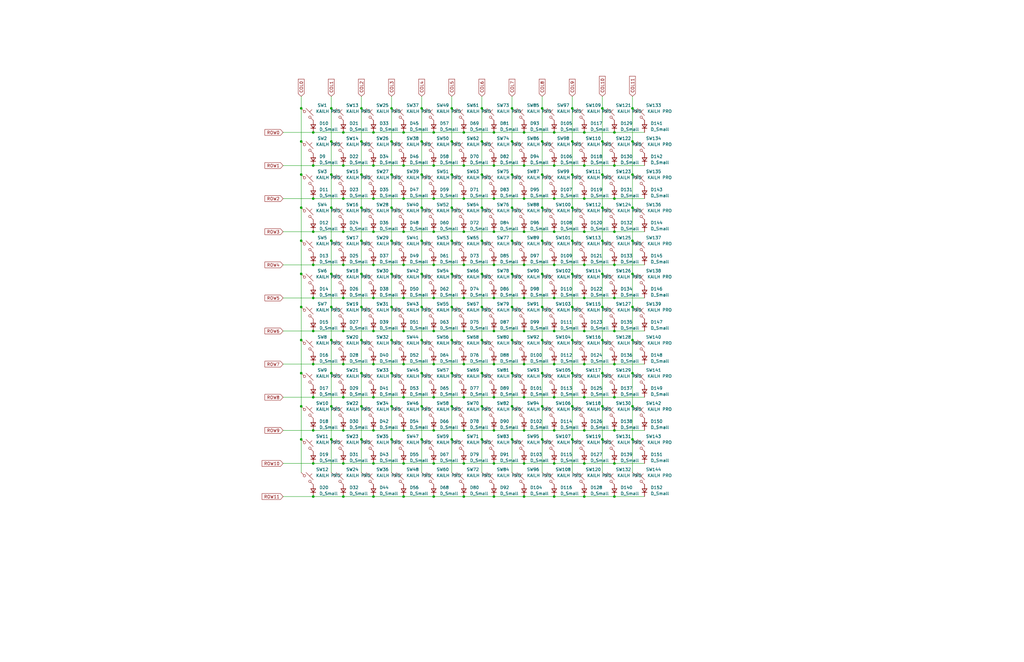
<source format=kicad_sch>
(kicad_sch (version 20230121) (generator eeschema)
  (paper "B")
  (junction (at 152.4 185.42))
  (junction (at 195.58 69.85))
  (junction (at 233.68 209.55))
  (junction (at 220.98 153.67))
  (junction (at 246.38 97.79))
  (junction (at 215.9 59.69))
  (junction (at 246.38 69.85))
  (junction (at 127 157.48))
  (junction (at 254 185.42))
  (junction (at 190.5 143.51))
  (junction (at 127 101.6))
  (junction (at 139.7 171.45))
  (junction (at 215.9 73.66))
  (junction (at 246.38 195.58))
  (junction (at 254 45.72))
  (junction (at 165.1 101.6))
  (junction (at 215.9 171.45))
  (junction (at 139.7 115.57))
  (junction (at 182.88 139.7))
  (junction (at 165.1 87.63))
  (junction (at 259.08 69.85))
  (junction (at 190.5 101.6))
  (junction (at 233.68 111.76))
  (junction (at 195.58 139.7))
  (junction (at 266.7 157.48))
  (junction (at 228.6 115.57))
  (junction (at 246.38 139.7))
  (junction (at 157.48 139.7))
  (junction (at 233.68 125.73))
  (junction (at 208.28 83.82))
  (junction (at 177.8 171.45))
  (junction (at 254 101.6))
  (junction (at 190.5 87.63))
  (junction (at 190.5 45.72))
  (junction (at 241.3 185.42))
  (junction (at 177.8 115.57))
  (junction (at 215.9 115.57))
  (junction (at 215.9 45.72))
  (junction (at 152.4 101.6))
  (junction (at 228.6 157.48))
  (junction (at 182.88 69.85))
  (junction (at 220.98 125.73))
  (junction (at 266.7 143.51))
  (junction (at 170.18 83.82))
  (junction (at 157.48 111.76))
  (junction (at 254 87.63))
  (junction (at 152.4 129.54))
  (junction (at 127 45.72))
  (junction (at 157.48 195.58))
  (junction (at 259.08 111.76))
  (junction (at 203.2 101.6))
  (junction (at 177.8 87.63))
  (junction (at 266.7 59.69))
  (junction (at 208.28 195.58))
  (junction (at 203.2 185.42))
  (junction (at 203.2 157.48))
  (junction (at 233.68 167.64))
  (junction (at 266.7 171.45))
  (junction (at 170.18 167.64))
  (junction (at 241.3 59.69))
  (junction (at 241.3 87.63))
  (junction (at 195.58 97.79))
  (junction (at 228.6 171.45))
  (junction (at 195.58 83.82))
  (junction (at 132.08 153.67))
  (junction (at 259.08 195.58))
  (junction (at 259.08 125.73))
  (junction (at 220.98 139.7))
  (junction (at 170.18 55.88))
  (junction (at 177.8 143.51))
  (junction (at 152.4 73.66))
  (junction (at 165.1 129.54))
  (junction (at 127 87.63))
  (junction (at 208.28 125.73))
  (junction (at 132.08 125.73))
  (junction (at 215.9 185.42))
  (junction (at 208.28 69.85))
  (junction (at 203.2 129.54))
  (junction (at 259.08 153.67))
  (junction (at 241.3 157.48))
  (junction (at 144.78 125.73))
  (junction (at 152.4 157.48))
  (junction (at 157.48 153.67))
  (junction (at 139.7 73.66))
  (junction (at 266.7 101.6))
  (junction (at 144.78 83.82))
  (junction (at 182.88 195.58))
  (junction (at 203.2 45.72))
  (junction (at 208.28 55.88))
  (junction (at 259.08 97.79))
  (junction (at 152.4 59.69))
  (junction (at 203.2 87.63))
  (junction (at 139.7 87.63))
  (junction (at 190.5 129.54))
  (junction (at 182.88 167.64))
  (junction (at 139.7 143.51))
  (junction (at 266.7 73.66))
  (junction (at 233.68 195.58))
  (junction (at 254 171.45))
  (junction (at 241.3 45.72))
  (junction (at 259.08 209.55))
  (junction (at 139.7 157.48))
  (junction (at 215.9 129.54))
  (junction (at 132.08 111.76))
  (junction (at 208.28 139.7))
  (junction (at 233.68 69.85))
  (junction (at 195.58 125.73))
  (junction (at 177.8 129.54))
  (junction (at 208.28 153.67))
  (junction (at 165.1 157.48))
  (junction (at 170.18 153.67))
  (junction (at 228.6 185.42))
  (junction (at 182.88 153.67))
  (junction (at 203.2 73.66))
  (junction (at 190.5 73.66))
  (junction (at 259.08 55.88))
  (junction (at 170.18 69.85))
  (junction (at 220.98 83.82))
  (junction (at 177.8 45.72))
  (junction (at 165.1 73.66))
  (junction (at 195.58 181.61))
  (junction (at 132.08 69.85))
  (junction (at 182.88 111.76))
  (junction (at 195.58 167.64))
  (junction (at 127 185.42))
  (junction (at 170.18 97.79))
  (junction (at 132.08 167.64))
  (junction (at 241.3 129.54))
  (junction (at 127 73.66))
  (junction (at 132.08 209.55))
  (junction (at 144.78 139.7))
  (junction (at 241.3 171.45))
  (junction (at 190.5 115.57))
  (junction (at 254 129.54))
  (junction (at 127 143.51))
  (junction (at 139.7 101.6))
  (junction (at 152.4 115.57))
  (junction (at 215.9 143.51))
  (junction (at 177.8 59.69))
  (junction (at 132.08 181.61))
  (junction (at 165.1 115.57))
  (junction (at 190.5 185.42))
  (junction (at 254 157.48))
  (junction (at 144.78 111.76))
  (junction (at 152.4 143.51))
  (junction (at 208.28 209.55))
  (junction (at 203.2 59.69))
  (junction (at 246.38 125.73))
  (junction (at 144.78 153.67))
  (junction (at 152.4 45.72))
  (junction (at 139.7 59.69))
  (junction (at 132.08 97.79))
  (junction (at 170.18 139.7))
  (junction (at 254 115.57))
  (junction (at 208.28 181.61))
  (junction (at 127 59.69))
  (junction (at 157.48 69.85))
  (junction (at 165.1 143.51))
  (junction (at 246.38 209.55))
  (junction (at 195.58 153.67))
  (junction (at 157.48 97.79))
  (junction (at 241.3 143.51))
  (junction (at 139.7 129.54))
  (junction (at 195.58 111.76))
  (junction (at 132.08 195.58))
  (junction (at 170.18 209.55))
  (junction (at 190.5 171.45))
  (junction (at 241.3 115.57))
  (junction (at 254 143.51))
  (junction (at 157.48 167.64))
  (junction (at 220.98 55.88))
  (junction (at 259.08 181.61))
  (junction (at 182.88 83.82))
  (junction (at 177.8 185.42))
  (junction (at 233.68 139.7))
  (junction (at 132.08 83.82))
  (junction (at 259.08 83.82))
  (junction (at 144.78 209.55))
  (junction (at 266.7 87.63))
  (junction (at 177.8 101.6))
  (junction (at 203.2 143.51))
  (junction (at 144.78 55.88))
  (junction (at 157.48 55.88))
  (junction (at 233.68 83.82))
  (junction (at 215.9 101.6))
  (junction (at 246.38 55.88))
  (junction (at 182.88 55.88))
  (junction (at 266.7 115.57))
  (junction (at 170.18 125.73))
  (junction (at 157.48 83.82))
  (junction (at 259.08 139.7))
  (junction (at 152.4 171.45))
  (junction (at 203.2 171.45))
  (junction (at 215.9 87.63))
  (junction (at 228.6 59.69))
  (junction (at 220.98 167.64))
  (junction (at 177.8 157.48))
  (junction (at 220.98 209.55))
  (junction (at 233.68 153.67))
  (junction (at 220.98 111.76))
  (junction (at 144.78 97.79))
  (junction (at 228.6 87.63))
  (junction (at 182.88 209.55))
  (junction (at 228.6 45.72))
  (junction (at 266.7 45.72))
  (junction (at 144.78 195.58))
  (junction (at 127 171.45))
  (junction (at 139.7 185.42))
  (junction (at 228.6 73.66))
  (junction (at 228.6 129.54))
  (junction (at 170.18 181.61))
  (junction (at 182.88 97.79))
  (junction (at 220.98 69.85))
  (junction (at 170.18 111.76))
  (junction (at 208.28 97.79))
  (junction (at 246.38 83.82))
  (junction (at 220.98 195.58))
  (junction (at 139.7 45.72))
  (junction (at 220.98 181.61))
  (junction (at 132.08 139.7))
  (junction (at 220.98 97.79))
  (junction (at 246.38 181.61))
  (junction (at 228.6 143.51))
  (junction (at 241.3 73.66))
  (junction (at 233.68 181.61))
  (junction (at 195.58 55.88))
  (junction (at 165.1 171.45))
  (junction (at 266.7 185.42))
  (junction (at 170.18 195.58))
  (junction (at 195.58 195.58))
  (junction (at 157.48 209.55))
  (junction (at 203.2 115.57))
  (junction (at 127 129.54))
  (junction (at 182.88 181.61))
  (junction (at 190.5 59.69))
  (junction (at 246.38 111.76))
  (junction (at 241.3 101.6))
  (junction (at 182.88 125.73))
  (junction (at 157.48 125.73))
  (junction (at 254 73.66))
  (junction (at 177.8 73.66))
  (junction (at 254 59.69))
  (junction (at 144.78 69.85))
  (junction (at 165.1 59.69))
  (junction (at 215.9 157.48))
  (junction (at 246.38 167.64))
  (junction (at 195.58 209.55))
  (junction (at 144.78 181.61))
  (junction (at 233.68 97.79))
  (junction (at 190.5 157.48))
  (junction (at 228.6 101.6))
  (junction (at 157.48 181.61))
  (junction (at 259.08 167.64))
  (junction (at 208.28 111.76))
  (junction (at 165.1 45.72))
  (junction (at 208.28 167.64))
  (junction (at 246.38 153.67))
  (junction (at 152.4 87.63))
  (junction (at 127 115.57))
  (junction (at 165.1 185.42))
  (junction (at 233.68 55.88))
  (junction (at 132.08 55.88))
  (junction (at 266.7 129.54))
  (junction (at 144.78 167.64))
  (wire (pts (xy 203.2 143.51) (xy 203.2 157.48)))
  (wire (pts (xy 170.18 209.55) (xy 182.88 209.55)))
  (wire (pts (xy 157.48 111.76) (xy 170.18 111.76)))
  (wire (pts (xy 170.18 139.7) (xy 182.88 139.7)))
  (wire (pts (xy 241.3 59.69) (xy 241.3 73.66)))
  (wire (pts (xy 119.38 181.61) (xy 132.08 181.61)))
  (wire (pts (xy 195.58 181.61) (xy 208.28 181.61)))
  (wire (pts (xy 195.58 167.64) (xy 208.28 167.64)))
  (wire (pts (xy 177.8 73.66) (xy 177.8 87.63)))
  (wire (pts (xy 215.9 40.64) (xy 215.9 45.72)))
  (wire (pts (xy 170.18 69.85) (xy 182.88 69.85)))
  (wire (pts (xy 195.58 55.88) (xy 208.28 55.88)))
  (wire (pts (xy 132.08 139.7) (xy 144.78 139.7)))
  (wire (pts (xy 259.08 153.67) (xy 271.78 153.67)))
  (wire (pts (xy 132.08 125.73) (xy 144.78 125.73)))
  (wire (pts (xy 127 143.51) (xy 127 157.48)))
  (wire (pts (xy 195.58 139.7) (xy 208.28 139.7)))
  (wire (pts (xy 203.2 101.6) (xy 203.2 115.57)))
  (wire (pts (xy 215.9 87.63) (xy 215.9 101.6)))
  (wire (pts (xy 177.8 115.57) (xy 177.8 129.54)))
  (wire (pts (xy 254 143.51) (xy 254 157.48)))
  (wire (pts (xy 170.18 111.76) (xy 182.88 111.76)))
  (wire (pts (xy 152.4 87.63) (xy 152.4 101.6)))
  (wire (pts (xy 195.58 195.58) (xy 208.28 195.58)))
  (wire (pts (xy 177.8 157.48) (xy 177.8 171.45)))
  (wire (pts (xy 208.28 139.7) (xy 220.98 139.7)))
  (wire (pts (xy 165.1 143.51) (xy 165.1 157.48)))
  (wire (pts (xy 157.48 209.55) (xy 170.18 209.55)))
  (wire (pts (xy 215.9 115.57) (xy 215.9 129.54)))
  (wire (pts (xy 254 129.54) (xy 254 143.51)))
  (wire (pts (xy 177.8 45.72) (xy 177.8 59.69)))
  (wire (pts (xy 182.88 153.67) (xy 195.58 153.67)))
  (wire (pts (xy 195.58 83.82) (xy 208.28 83.82)))
  (wire (pts (xy 144.78 55.88) (xy 157.48 55.88)))
  (wire (pts (xy 190.5 129.54) (xy 190.5 143.51)))
  (wire (pts (xy 259.08 83.82) (xy 271.78 83.82)))
  (wire (pts (xy 144.78 97.79) (xy 157.48 97.79)))
  (wire (pts (xy 195.58 153.67) (xy 208.28 153.67)))
  (wire (pts (xy 266.7 101.6) (xy 266.7 115.57)))
  (wire (pts (xy 220.98 153.67) (xy 233.68 153.67)))
  (wire (pts (xy 165.1 59.69) (xy 165.1 73.66)))
  (wire (pts (xy 208.28 209.55) (xy 220.98 209.55)))
  (wire (pts (xy 254 101.6) (xy 254 115.57)))
  (wire (pts (xy 119.38 153.67) (xy 132.08 153.67)))
  (wire (pts (xy 190.5 185.42) (xy 190.5 199.39)))
  (wire (pts (xy 246.38 153.67) (xy 259.08 153.67)))
  (wire (pts (xy 190.5 101.6) (xy 190.5 115.57)))
  (wire (pts (xy 254 157.48) (xy 254 171.45)))
  (wire (pts (xy 241.3 101.6) (xy 241.3 115.57)))
  (wire (pts (xy 241.3 45.72) (xy 241.3 59.69)))
  (wire (pts (xy 246.38 139.7) (xy 259.08 139.7)))
  (wire (pts (xy 170.18 167.64) (xy 182.88 167.64)))
  (wire (pts (xy 195.58 125.73) (xy 208.28 125.73)))
  (wire (pts (xy 144.78 181.61) (xy 157.48 181.61)))
  (wire (pts (xy 220.98 125.73) (xy 233.68 125.73)))
  (wire (pts (xy 195.58 209.55) (xy 208.28 209.55)))
  (wire (pts (xy 203.2 40.64) (xy 203.2 45.72)))
  (wire (pts (xy 132.08 111.76) (xy 144.78 111.76)))
  (wire (pts (xy 246.38 167.64) (xy 259.08 167.64)))
  (wire (pts (xy 127 157.48) (xy 127 171.45)))
  (wire (pts (xy 215.9 157.48) (xy 215.9 171.45)))
  (wire (pts (xy 127 87.63) (xy 127 101.6)))
  (wire (pts (xy 177.8 101.6) (xy 177.8 115.57)))
  (wire (pts (xy 208.28 181.61) (xy 220.98 181.61)))
  (wire (pts (xy 127 171.45) (xy 127 185.42)))
  (wire (pts (xy 228.6 185.42) (xy 228.6 199.39)))
  (wire (pts (xy 228.6 40.64) (xy 228.6 45.72)))
  (wire (pts (xy 152.4 73.66) (xy 152.4 87.63)))
  (wire (pts (xy 190.5 45.72) (xy 190.5 59.69)))
  (wire (pts (xy 139.7 185.42) (xy 139.7 199.39)))
  (wire (pts (xy 208.28 83.82) (xy 220.98 83.82)))
  (wire (pts (xy 233.68 195.58) (xy 246.38 195.58)))
  (wire (pts (xy 157.48 55.88) (xy 170.18 55.88)))
  (wire (pts (xy 119.38 55.88) (xy 132.08 55.88)))
  (wire (pts (xy 139.7 115.57) (xy 139.7 129.54)))
  (wire (pts (xy 233.68 181.61) (xy 246.38 181.61)))
  (wire (pts (xy 228.6 73.66) (xy 228.6 87.63)))
  (wire (pts (xy 215.9 101.6) (xy 215.9 115.57)))
  (wire (pts (xy 254 40.64) (xy 254 45.72)))
  (wire (pts (xy 208.28 97.79) (xy 220.98 97.79)))
  (wire (pts (xy 241.3 40.64) (xy 241.3 45.72)))
  (wire (pts (xy 228.6 115.57) (xy 228.6 129.54)))
  (wire (pts (xy 119.38 69.85) (xy 132.08 69.85)))
  (wire (pts (xy 177.8 40.64) (xy 177.8 45.72)))
  (wire (pts (xy 152.4 143.51) (xy 152.4 157.48)))
  (wire (pts (xy 127 115.57) (xy 127 129.54)))
  (wire (pts (xy 170.18 153.67) (xy 182.88 153.67)))
  (wire (pts (xy 266.7 73.66) (xy 266.7 87.63)))
  (wire (pts (xy 152.4 185.42) (xy 152.4 199.39)))
  (wire (pts (xy 139.7 143.51) (xy 139.7 157.48)))
  (wire (pts (xy 119.38 167.64) (xy 132.08 167.64)))
  (wire (pts (xy 139.7 157.48) (xy 139.7 171.45)))
  (wire (pts (xy 152.4 171.45) (xy 152.4 185.42)))
  (wire (pts (xy 233.68 139.7) (xy 246.38 139.7)))
  (wire (pts (xy 195.58 97.79) (xy 208.28 97.79)))
  (wire (pts (xy 215.9 171.45) (xy 215.9 185.42)))
  (wire (pts (xy 259.08 125.73) (xy 271.78 125.73)))
  (wire (pts (xy 233.68 69.85) (xy 246.38 69.85)))
  (wire (pts (xy 119.38 139.7) (xy 132.08 139.7)))
  (wire (pts (xy 254 59.69) (xy 254 73.66)))
  (wire (pts (xy 215.9 129.54) (xy 215.9 143.51)))
  (wire (pts (xy 259.08 195.58) (xy 271.78 195.58)))
  (wire (pts (xy 119.38 209.55) (xy 132.08 209.55)))
  (wire (pts (xy 170.18 97.79) (xy 182.88 97.79)))
  (wire (pts (xy 246.38 209.55) (xy 259.08 209.55)))
  (wire (pts (xy 241.3 157.48) (xy 241.3 171.45)))
  (wire (pts (xy 203.2 45.72) (xy 203.2 59.69)))
  (wire (pts (xy 241.3 73.66) (xy 241.3 87.63)))
  (wire (pts (xy 144.78 153.67) (xy 157.48 153.67)))
  (wire (pts (xy 266.7 59.69) (xy 266.7 73.66)))
  (wire (pts (xy 228.6 87.63) (xy 228.6 101.6)))
  (wire (pts (xy 152.4 45.72) (xy 152.4 59.69)))
  (wire (pts (xy 203.2 59.69) (xy 203.2 73.66)))
  (wire (pts (xy 165.1 73.66) (xy 165.1 87.63)))
  (wire (pts (xy 233.68 111.76) (xy 246.38 111.76)))
  (wire (pts (xy 127 185.42) (xy 127 199.39)))
  (wire (pts (xy 254 45.72) (xy 254 59.69)))
  (wire (pts (xy 220.98 195.58) (xy 233.68 195.58)))
  (wire (pts (xy 215.9 45.72) (xy 215.9 59.69)))
  (wire (pts (xy 132.08 181.61) (xy 144.78 181.61)))
  (wire (pts (xy 127 129.54) (xy 127 143.51)))
  (wire (pts (xy 139.7 59.69) (xy 139.7 73.66)))
  (wire (pts (xy 259.08 97.79) (xy 271.78 97.79)))
  (wire (pts (xy 190.5 157.48) (xy 190.5 171.45)))
  (wire (pts (xy 215.9 59.69) (xy 215.9 73.66)))
  (wire (pts (xy 182.88 125.73) (xy 195.58 125.73)))
  (wire (pts (xy 139.7 171.45) (xy 139.7 185.42)))
  (wire (pts (xy 132.08 153.67) (xy 144.78 153.67)))
  (wire (pts (xy 152.4 40.64) (xy 152.4 45.72)))
  (wire (pts (xy 132.08 83.82) (xy 144.78 83.82)))
  (wire (pts (xy 182.88 181.61) (xy 195.58 181.61)))
  (wire (pts (xy 233.68 83.82) (xy 246.38 83.82)))
  (wire (pts (xy 165.1 40.64) (xy 165.1 45.72)))
  (wire (pts (xy 246.38 111.76) (xy 259.08 111.76)))
  (wire (pts (xy 208.28 153.67) (xy 220.98 153.67)))
  (wire (pts (xy 215.9 185.42) (xy 215.9 199.39)))
  (wire (pts (xy 220.98 55.88) (xy 233.68 55.88)))
  (wire (pts (xy 132.08 209.55) (xy 144.78 209.55)))
  (wire (pts (xy 233.68 125.73) (xy 246.38 125.73)))
  (wire (pts (xy 246.38 69.85) (xy 259.08 69.85)))
  (wire (pts (xy 144.78 83.82) (xy 157.48 83.82)))
  (wire (pts (xy 203.2 185.42) (xy 203.2 199.39)))
  (wire (pts (xy 165.1 115.57) (xy 165.1 129.54)))
  (wire (pts (xy 246.38 195.58) (xy 259.08 195.58)))
  (wire (pts (xy 170.18 181.61) (xy 182.88 181.61)))
  (wire (pts (xy 144.78 69.85) (xy 157.48 69.85)))
  (wire (pts (xy 241.3 87.63) (xy 241.3 101.6)))
  (wire (pts (xy 208.28 167.64) (xy 220.98 167.64)))
  (wire (pts (xy 228.6 101.6) (xy 228.6 115.57)))
  (wire (pts (xy 220.98 97.79) (xy 233.68 97.79)))
  (wire (pts (xy 157.48 153.67) (xy 170.18 153.67)))
  (wire (pts (xy 152.4 59.69) (xy 152.4 73.66)))
  (wire (pts (xy 177.8 143.51) (xy 177.8 157.48)))
  (wire (pts (xy 127 59.69) (xy 127 73.66)))
  (wire (pts (xy 208.28 69.85) (xy 220.98 69.85)))
  (wire (pts (xy 177.8 59.69) (xy 177.8 73.66)))
  (wire (pts (xy 220.98 139.7) (xy 233.68 139.7)))
  (wire (pts (xy 190.5 59.69) (xy 190.5 73.66)))
  (wire (pts (xy 220.98 181.61) (xy 233.68 181.61)))
  (wire (pts (xy 119.38 111.76) (xy 132.08 111.76)))
  (wire (pts (xy 132.08 55.88) (xy 144.78 55.88)))
  (wire (pts (xy 203.2 115.57) (xy 203.2 129.54)))
  (wire (pts (xy 259.08 69.85) (xy 271.78 69.85)))
  (wire (pts (xy 119.38 195.58) (xy 132.08 195.58)))
  (wire (pts (xy 144.78 139.7) (xy 157.48 139.7)))
  (wire (pts (xy 190.5 40.64) (xy 190.5 45.72)))
  (wire (pts (xy 233.68 167.64) (xy 246.38 167.64)))
  (wire (pts (xy 165.1 101.6) (xy 165.1 115.57)))
  (wire (pts (xy 259.08 111.76) (xy 271.78 111.76)))
  (wire (pts (xy 246.38 125.73) (xy 259.08 125.73)))
  (wire (pts (xy 157.48 69.85) (xy 170.18 69.85)))
  (wire (pts (xy 165.1 157.48) (xy 165.1 171.45)))
  (wire (pts (xy 246.38 83.82) (xy 259.08 83.82)))
  (wire (pts (xy 220.98 209.55) (xy 233.68 209.55)))
  (wire (pts (xy 266.7 157.48) (xy 266.7 171.45)))
  (wire (pts (xy 254 115.57) (xy 254 129.54)))
  (wire (pts (xy 132.08 167.64) (xy 144.78 167.64)))
  (wire (pts (xy 246.38 55.88) (xy 259.08 55.88)))
  (wire (pts (xy 254 171.45) (xy 254 185.42)))
  (wire (pts (xy 132.08 195.58) (xy 144.78 195.58)))
  (wire (pts (xy 170.18 55.88) (xy 182.88 55.88)))
  (wire (pts (xy 152.4 129.54) (xy 152.4 143.51)))
  (wire (pts (xy 157.48 97.79) (xy 170.18 97.79)))
  (wire (pts (xy 165.1 45.72) (xy 165.1 59.69)))
  (wire (pts (xy 182.88 139.7) (xy 195.58 139.7)))
  (wire (pts (xy 195.58 69.85) (xy 208.28 69.85)))
  (wire (pts (xy 233.68 209.55) (xy 246.38 209.55)))
  (wire (pts (xy 119.38 125.73) (xy 132.08 125.73)))
  (wire (pts (xy 139.7 101.6) (xy 139.7 115.57)))
  (wire (pts (xy 203.2 87.63) (xy 203.2 101.6)))
  (wire (pts (xy 246.38 181.61) (xy 259.08 181.61)))
  (wire (pts (xy 165.1 171.45) (xy 165.1 185.42)))
  (wire (pts (xy 182.88 97.79) (xy 195.58 97.79)))
  (wire (pts (xy 203.2 157.48) (xy 203.2 171.45)))
  (wire (pts (xy 259.08 139.7) (xy 271.78 139.7)))
  (wire (pts (xy 157.48 139.7) (xy 170.18 139.7)))
  (wire (pts (xy 182.88 111.76) (xy 195.58 111.76)))
  (wire (pts (xy 215.9 73.66) (xy 215.9 87.63)))
  (wire (pts (xy 228.6 45.72) (xy 228.6 59.69)))
  (wire (pts (xy 127 101.6) (xy 127 115.57)))
  (wire (pts (xy 139.7 129.54) (xy 139.7 143.51)))
  (wire (pts (xy 254 185.42) (xy 254 199.39)))
  (wire (pts (xy 266.7 171.45) (xy 266.7 185.42)))
  (wire (pts (xy 208.28 55.88) (xy 220.98 55.88)))
  (wire (pts (xy 127 73.66) (xy 127 87.63)))
  (wire (pts (xy 165.1 87.63) (xy 165.1 101.6)))
  (wire (pts (xy 132.08 69.85) (xy 144.78 69.85)))
  (wire (pts (xy 170.18 83.82) (xy 182.88 83.82)))
  (wire (pts (xy 259.08 209.55) (xy 271.78 209.55)))
  (wire (pts (xy 139.7 87.63) (xy 139.7 101.6)))
  (wire (pts (xy 195.58 111.76) (xy 208.28 111.76)))
  (wire (pts (xy 157.48 125.73) (xy 170.18 125.73)))
  (wire (pts (xy 233.68 153.67) (xy 246.38 153.67)))
  (wire (pts (xy 266.7 115.57) (xy 266.7 129.54)))
  (wire (pts (xy 228.6 171.45) (xy 228.6 185.42)))
  (wire (pts (xy 266.7 185.42) (xy 266.7 199.39)))
  (wire (pts (xy 182.88 167.64) (xy 195.58 167.64)))
  (wire (pts (xy 208.28 111.76) (xy 220.98 111.76)))
  (wire (pts (xy 152.4 115.57) (xy 152.4 129.54)))
  (wire (pts (xy 157.48 181.61) (xy 170.18 181.61)))
  (wire (pts (xy 220.98 83.82) (xy 233.68 83.82)))
  (wire (pts (xy 177.8 171.45) (xy 177.8 185.42)))
  (wire (pts (xy 139.7 45.72) (xy 139.7 59.69)))
  (wire (pts (xy 182.88 55.88) (xy 195.58 55.88)))
  (wire (pts (xy 152.4 101.6) (xy 152.4 115.57)))
  (wire (pts (xy 190.5 171.45) (xy 190.5 185.42)))
  (wire (pts (xy 241.3 129.54) (xy 241.3 143.51)))
  (wire (pts (xy 119.38 83.82) (xy 132.08 83.82)))
  (wire (pts (xy 182.88 83.82) (xy 195.58 83.82)))
  (wire (pts (xy 144.78 111.76) (xy 157.48 111.76)))
  (wire (pts (xy 220.98 111.76) (xy 233.68 111.76)))
  (wire (pts (xy 119.38 97.79) (xy 132.08 97.79)))
  (wire (pts (xy 241.3 115.57) (xy 241.3 129.54)))
  (wire (pts (xy 182.88 195.58) (xy 195.58 195.58)))
  (wire (pts (xy 165.1 185.42) (xy 165.1 199.39)))
  (wire (pts (xy 157.48 167.64) (xy 170.18 167.64)))
  (wire (pts (xy 228.6 129.54) (xy 228.6 143.51)))
  (wire (pts (xy 182.88 209.55) (xy 195.58 209.55)))
  (wire (pts (xy 220.98 69.85) (xy 233.68 69.85)))
  (wire (pts (xy 241.3 171.45) (xy 241.3 185.42)))
  (wire (pts (xy 228.6 143.51) (xy 228.6 157.48)))
  (wire (pts (xy 254 87.63) (xy 254 101.6)))
  (wire (pts (xy 233.68 55.88) (xy 246.38 55.88)))
  (wire (pts (xy 177.8 129.54) (xy 177.8 143.51)))
  (wire (pts (xy 152.4 157.48) (xy 152.4 171.45)))
  (wire (pts (xy 259.08 181.61) (xy 271.78 181.61)))
  (wire (pts (xy 228.6 157.48) (xy 228.6 171.45)))
  (wire (pts (xy 241.3 185.42) (xy 241.3 199.39)))
  (wire (pts (xy 203.2 171.45) (xy 203.2 185.42)))
  (wire (pts (xy 182.88 69.85) (xy 195.58 69.85)))
  (wire (pts (xy 139.7 40.64) (xy 139.7 45.72)))
  (wire (pts (xy 170.18 125.73) (xy 182.88 125.73)))
  (wire (pts (xy 228.6 59.69) (xy 228.6 73.66)))
  (wire (pts (xy 203.2 129.54) (xy 203.2 143.51)))
  (wire (pts (xy 144.78 167.64) (xy 157.48 167.64)))
  (wire (pts (xy 266.7 40.64) (xy 266.7 45.72)))
  (wire (pts (xy 266.7 45.72) (xy 266.7 59.69)))
  (wire (pts (xy 157.48 83.82) (xy 170.18 83.82)))
  (wire (pts (xy 266.7 87.63) (xy 266.7 101.6)))
  (wire (pts (xy 215.9 143.51) (xy 215.9 157.48)))
  (wire (pts (xy 233.68 97.79) (xy 246.38 97.79)))
  (wire (pts (xy 144.78 195.58) (xy 157.48 195.58)))
  (wire (pts (xy 266.7 129.54) (xy 266.7 143.51)))
  (wire (pts (xy 190.5 115.57) (xy 190.5 129.54)))
  (wire (pts (xy 259.08 55.88) (xy 271.78 55.88)))
  (wire (pts (xy 259.08 167.64) (xy 271.78 167.64)))
  (wire (pts (xy 190.5 143.51) (xy 190.5 157.48)))
  (wire (pts (xy 132.08 97.79) (xy 144.78 97.79)))
  (wire (pts (xy 246.38 97.79) (xy 259.08 97.79)))
  (wire (pts (xy 208.28 195.58) (xy 220.98 195.58)))
  (wire (pts (xy 157.48 195.58) (xy 170.18 195.58)))
  (wire (pts (xy 127 40.64) (xy 127 45.72)))
  (wire (pts (xy 254 73.66) (xy 254 87.63)))
  (wire (pts (xy 127 45.72) (xy 127 59.69)))
  (wire (pts (xy 139.7 73.66) (xy 139.7 87.63)))
  (wire (pts (xy 165.1 129.54) (xy 165.1 143.51)))
  (wire (pts (xy 208.28 125.73) (xy 220.98 125.73)))
  (wire (pts (xy 190.5 73.66) (xy 190.5 87.63)))
  (wire (pts (xy 144.78 209.55) (xy 157.48 209.55)))
  (wire (pts (xy 170.18 195.58) (xy 182.88 195.58)))
  (wire (pts (xy 266.7 143.51) (xy 266.7 157.48)))
  (wire (pts (xy 177.8 87.63) (xy 177.8 101.6)))
  (wire (pts (xy 144.78 125.73) (xy 157.48 125.73)))
  (wire (pts (xy 220.98 167.64) (xy 233.68 167.64)))
  (wire (pts (xy 203.2 73.66) (xy 203.2 87.63)))
  (wire (pts (xy 190.5 87.63) (xy 190.5 101.6)))
  (wire (pts (xy 241.3 143.51) (xy 241.3 157.48)))
  (wire (pts (xy 177.8 185.42) (xy 177.8 199.39)))
  (global_label "ROW2" (shape input) (at 119.38 83.82 180) (property "Intersheetrefs" "${INTERSHEET_REFS}" (effects hide)))
  (global_label "ROW10" (shape input) (at 119.38 195.58 180) (property "Intersheetrefs" "${INTERSHEET_REFS}" (effects hide)))
  (global_label "COL0" (shape input) (at 127 40.64 90) (property "Intersheetrefs" "${INTERSHEET_REFS}" (effects hide)))
  (global_label "ROW4" (shape input) (at 119.38 111.76 180) (property "Intersheetrefs" "${INTERSHEET_REFS}" (effects hide)))
  (global_label "ROW8" (shape input) (at 119.38 167.64 180) (property "Intersheetrefs" "${INTERSHEET_REFS}" (effects hide)))
  (global_label "COL8" (shape input) (at 228.6 40.64 90) (property "Intersheetrefs" "${INTERSHEET_REFS}" (effects hide)))
  (global_label "COL6" (shape input) (at 203.2 40.64 90) (property "Intersheetrefs" "${INTERSHEET_REFS}" (effects hide)))
  (global_label "ROW0" (shape input) (at 119.38 55.88 180) (property "Intersheetrefs" "${INTERSHEET_REFS}" (effects hide)))
  (global_label "ROW7" (shape input) (at 119.38 153.67 180) (property "Intersheetrefs" "${INTERSHEET_REFS}" (effects hide)))
  (global_label "COL9" (shape input) (at 241.3 40.64 90) (property "Intersheetrefs" "${INTERSHEET_REFS}" (effects hide)))
  (global_label "ROW5" (shape input) (at 119.38 125.73 180) (property "Intersheetrefs" "${INTERSHEET_REFS}" (effects hide)))
  (global_label "COL5" (shape input) (at 190.5 40.64 90) (property "Intersheetrefs" "${INTERSHEET_REFS}" (effects hide)))
  (global_label "ROW3" (shape input) (at 119.38 97.79 180) (property "Intersheetrefs" "${INTERSHEET_REFS}" (effects hide)))
  (global_label "COL3" (shape input) (at 165.1 40.64 90) (property "Intersheetrefs" "${INTERSHEET_REFS}" (effects hide)))
  (global_label "ROW1" (shape input) (at 119.38 69.85 180) (property "Intersheetrefs" "${INTERSHEET_REFS}" (effects hide)))
  (global_label "COL11" (shape input) (at 266.7 40.64 90) (property "Intersheetrefs" "${INTERSHEET_REFS}" (effects hide)))
  (global_label "COL4" (shape input) (at 177.8 40.64 90) (property "Intersheetrefs" "${INTERSHEET_REFS}" (effects hide)))
  (global_label "COL7" (shape input) (at 215.9 40.64 90) (property "Intersheetrefs" "${INTERSHEET_REFS}" (effects hide)))
  (global_label "ROW6" (shape input) (at 119.38 139.7 180) (property "Intersheetrefs" "${INTERSHEET_REFS}" (effects hide)))
  (global_label "COL10" (shape input) (at 254 40.64 90) (property "Intersheetrefs" "${INTERSHEET_REFS}" (effects hide)))
  (global_label "ROW11" (shape input) (at 119.38 209.55 180) (property "Intersheetrefs" "${INTERSHEET_REFS}" (effects hide)))
  (global_label "COL1" (shape input) (at 139.7 40.64 90) (property "Intersheetrefs" "${INTERSHEET_REFS}" (effects hide)))
  (global_label "ROW9" (shape input) (at 119.38 181.61 180) (property "Intersheetrefs" "${INTERSHEET_REFS}" (effects hide)))
  (global_label "COL2" (shape input) (at 152.4 40.64 90) (property "Intersheetrefs" "${INTERSHEET_REFS}" (effects hide)))
  (symbol (lib_id "Switch:SW_Push_45deg") (at 142.24 173.99 0) (unit 1)
    (property "Reference" "SW22" (at 148.59 170.18 0))
    (property "Value" "KAILH PRO" (at 151.13 172.72 0))
  )
  (symbol (lib_id "Device:D_Small") (at 170.18 165.1 90) (unit 1)
    (property "Reference" "D53" (at 172.72 163.83 90) (effects (justify right)))
    (property "Value" "D_Small" (at 172.72 166.37 90) (effects (justify right)))
    (property "Sim.Device" "D" (effects hide))
    (property "Sim.Pins" "1=K 2=A" (effects hide))
  )
  (symbol (lib_id "Switch:SW_Push_45deg") (at 256.54 187.96 0) (unit 1)
    (property "Reference" "SW131" (at 262.89 184.15 0))
    (property "Value" "KAILH PRO" (at 265.43 186.69 0))
  )
  (symbol (lib_id "Switch:SW_Push_45deg") (at 129.54 160.02 0) (unit 1)
    (property "Reference" "SW9" (at 135.89 156.21 0))
    (property "Value" "KAILH PRO" (at 138.43 158.75 0))
  )
  (symbol (lib_id "Device:D_Small") (at 195.58 67.31 90) (unit 1)
    (property "Reference" "D70" (at 198.12 66.04 90) (effects (justify right)))
    (property "Value" "D_Small" (at 198.12 68.58 90) (effects (justify right)))
    (property "Sim.Device" "D" (effects hide))
    (property "Sim.Pins" "1=K 2=A" (effects hide))
  )
  (symbol (lib_id "Switch:SW_Push_45deg") (at 129.54 104.14 0) (unit 1)
    (property "Reference" "SW5" (at 135.89 100.33 0))
    (property "Value" "KAILH PRO" (at 138.43 102.87 0))
  )
  (symbol (lib_id "Device:D_Small") (at 259.08 109.22 90) (unit 1)
    (property "Reference" "D133" (at 261.62 107.95 90) (effects (justify right)))
    (property "Value" "D_Small" (at 261.62 110.49 90) (effects (justify right)))
    (property "Sim.Device" "D" (effects hide))
    (property "Sim.Pins" "1=K 2=A" (effects hide))
  )
  (symbol (lib_id "Switch:SW_Push_45deg") (at 256.54 90.17 0) (unit 1)
    (property "Reference" "SW124" (at 262.89 86.36 0))
    (property "Value" "KAILH PRO" (at 265.43 88.9 0))
  )
  (symbol (lib_id "Device:D_Small") (at 144.78 81.28 90) (unit 1)
    (property "Reference" "D23" (at 147.32 80.01 90) (effects (justify right)))
    (property "Value" "D_Small" (at 147.32 82.55 90) (effects (justify right)))
    (property "Sim.Device" "D" (effects hide))
    (property "Sim.Pins" "1=K 2=A" (effects hide))
  )
  (symbol (lib_id "Switch:SW_Push_45deg") (at 205.74 118.11 0) (unit 1)
    (property "Reference" "SW78" (at 212.09 114.3 0))
    (property "Value" "KAILH PRO" (at 214.63 116.84 0))
  )
  (symbol (lib_id "Switch:SW_Push_45deg") (at 193.04 201.93 0) (unit 1)
    (property "Reference" "SW72" (at 199.39 198.12 0))
    (property "Value" "KAILH PRO" (at 201.93 200.66 0))
  )
  (symbol (lib_id "Switch:SW_Push_45deg") (at 205.74 187.96 0) (unit 1)
    (property "Reference" "SW83" (at 212.09 184.15 0))
    (property "Value" "KAILH PRO" (at 214.63 186.69 0))
  )
  (symbol (lib_id "Device:D_Small") (at 208.28 95.25 90) (unit 1)
    (property "Reference" "D84" (at 210.82 93.98 90) (effects (justify right)))
    (property "Value" "D_Small" (at 210.82 96.52 90) (effects (justify right)))
    (property "Sim.Device" "D" (effects hide))
    (property "Sim.Pins" "1=K 2=A" (effects hide))
  )
  (symbol (lib_id "Switch:SW_Push_45deg") (at 154.94 201.93 0) (unit 1)
    (property "Reference" "SW36" (at 161.29 198.12 0))
    (property "Value" "KAILH PRO" (at 163.83 200.66 0))
  )
  (symbol (lib_id "Device:D_Small") (at 132.08 81.28 90) (unit 1)
    (property "Reference" "D11" (at 134.62 80.01 90) (effects (justify right)))
    (property "Value" "D_Small" (at 134.62 82.55 90) (effects (justify right)))
    (property "Sim.Device" "D" (effects hide))
    (property "Sim.Pins" "1=K 2=A" (effects hide))
  )
  (symbol (lib_id "Switch:SW_Push_45deg") (at 256.54 201.93 0) (unit 1)
    (property "Reference" "SW132" (at 262.89 198.12 0))
    (property "Value" "KAILH PRO" (at 265.43 200.66 0))
  )
  (symbol (lib_id "Switch:SW_Push_45deg") (at 154.94 160.02 0) (unit 1)
    (property "Reference" "SW33" (at 161.29 156.21 0))
    (property "Value" "KAILH PRO" (at 163.83 158.75 0))
  )
  (symbol (lib_id "Switch:SW_Push_45deg") (at 243.84 76.2 0) (unit 1)
    (property "Reference" "SW111" (at 250.19 72.39 0))
    (property "Value" "KAILH PRO" (at 252.73 74.93 0))
  )
  (symbol (lib_id "Switch:SW_Push_45deg") (at 180.34 76.2 0) (unit 1)
    (property "Reference" "SW51" (at 186.69 72.39 0))
    (property "Value" "KAILH PRO" (at 189.23 74.93 0))
  )
  (symbol (lib_id "Switch:SW_Push_45deg") (at 231.14 90.17 0) (unit 1)
    (property "Reference" "SW100" (at 237.49 86.36 0))
    (property "Value" "KAILH PRO" (at 240.03 88.9 0))
  )
  (symbol (lib_id "Device:D_Small") (at 157.48 207.01 90) (unit 1)
    (property "Reference" "D44" (at 160.02 205.74 90) (effects (justify right)))
    (property "Value" "D_Small" (at 160.02 208.28 90) (effects (justify right)))
    (property "Sim.Device" "D" (effects hide))
    (property "Sim.Pins" "1=K 2=A" (effects hide))
  )
  (symbol (lib_id "Device:D_Small") (at 144.78 151.13 90) (unit 1)
    (property "Reference" "D28" (at 147.32 149.86 90) (effects (justify right)))
    (property "Value" "D_Small" (at 147.32 152.4 90) (effects (justify right)))
    (property "Sim.Device" "D" (effects hide))
    (property "Sim.Pins" "1=K 2=A" (effects hide))
  )
  (symbol (lib_id "Device:D_Small") (at 195.58 193.04 90) (unit 1)
    (property "Reference" "D79" (at 198.12 191.77 90) (effects (justify right)))
    (property "Value" "D_Small" (at 198.12 194.31 90) (effects (justify right)))
    (property "Sim.Device" "D" (effects hide))
    (property "Sim.Pins" "1=K 2=A" (effects hide))
  )
  (symbol (lib_id "Switch:SW_Push_45deg") (at 218.44 90.17 0) (unit 1)
    (property "Reference" "SW88" (at 224.79 86.36 0))
    (property "Value" "KAILH PRO" (at 227.33 88.9 0))
  )
  (symbol (lib_id "Switch:SW_Push_45deg") (at 218.44 62.23 0) (unit 1)
    (property "Reference" "SW86" (at 224.79 58.42 0))
    (property "Value" "KAILH PRO" (at 227.33 60.96 0))
  )
  (symbol (lib_id "Device:D_Small") (at 220.98 179.07 90) (unit 1)
    (property "Reference" "D102" (at 223.52 177.8 90) (effects (justify right)))
    (property "Value" "D_Small" (at 223.52 180.34 90) (effects (justify right)))
    (property "Sim.Device" "D" (effects hide))
    (property "Sim.Pins" "1=K 2=A" (effects hide))
  )
  (symbol (lib_id "Switch:SW_Push_45deg") (at 218.44 146.05 0) (unit 1)
    (property "Reference" "SW92" (at 224.79 142.24 0))
    (property "Value" "KAILH PRO" (at 227.33 144.78 0))
  )
  (symbol (lib_id "Switch:SW_Push_45deg") (at 269.24 187.96 0) (unit 1)
    (property "Reference" "SW143" (at 275.59 184.15 0))
    (property "Value" "KAILH PRO" (at 278.13 186.69 0))
  )
  (symbol (lib_id "Device:D_Small") (at 182.88 137.16 90) (unit 1)
    (property "Reference" "D63" (at 185.42 135.89 90) (effects (justify right)))
    (property "Value" "D_Small" (at 185.42 138.43 90) (effects (justify right)))
    (property "Sim.Device" "D" (effects hide))
    (property "Sim.Pins" "1=K 2=A" (effects hide))
  )
  (symbol (lib_id "Switch:SW_Push_45deg") (at 167.64 201.93 0) (unit 1)
    (property "Reference" "SW48" (at 173.99 198.12 0))
    (property "Value" "KAILH PRO" (at 176.53 200.66 0))
  )
  (symbol (lib_id "Switch:SW_Push_45deg") (at 205.74 146.05 0) (unit 1)
    (property "Reference" "SW80" (at 212.09 142.24 0))
    (property "Value" "KAILH PRO" (at 214.63 144.78 0))
  )
  (symbol (lib_id "Device:D_Small") (at 271.78 109.22 90) (unit 1)
    (property "Reference" "D145" (at 274.32 107.95 90) (effects (justify right)))
    (property "Value" "D_Small" (at 274.32 110.49 90) (effects (justify right)))
    (property "Sim.Device" "D" (effects hide))
    (property "Sim.Pins" "1=K 2=A" (effects hide))
  )
  (symbol (lib_id "Device:D_Small") (at 144.78 193.04 90) (unit 1)
    (property "Reference" "D31" (at 147.32 191.77 90) (effects (justify right)))
    (property "Value" "D_Small" (at 147.32 194.31 90) (effects (justify right)))
    (property "Sim.Device" "D" (effects hide))
    (property "Sim.Pins" "1=K 2=A" (effects hide))
  )
  (symbol (lib_id "Switch:SW_Push_45deg") (at 129.54 48.26 0) (unit 1)
    (property "Reference" "SW1" (at 135.89 44.45 0))
    (property "Value" "KAILH PRO" (at 138.43 46.99 0))
  )
  (symbol (lib_id "Device:D_Small") (at 157.48 193.04 90) (unit 1)
    (property "Reference" "D43" (at 160.02 191.77 90) (effects (justify right)))
    (property "Value" "D_Small" (at 160.02 194.31 90) (effects (justify right)))
    (property "Sim.Device" "D" (effects hide))
    (property "Sim.Pins" "1=K 2=A" (effects hide))
  )
  (symbol (lib_id "Switch:SW_Push_45deg") (at 180.34 160.02 0) (unit 1)
    (property "Reference" "SW57" (at 186.69 156.21 0))
    (property "Value" "KAILH PRO" (at 189.23 158.75 0))
  )
  (symbol (lib_id "Device:D_Small") (at 233.68 95.25 90) (unit 1)
    (property "Reference" "D108" (at 236.22 93.98 90) (effects (justify right)))
    (property "Value" "D_Small" (at 236.22 96.52 90) (effects (justify right)))
    (property "Sim.Device" "D" (effects hide))
    (property "Sim.Pins" "1=K 2=A" (effects hide))
  )
  (symbol (lib_id "Device:D_Small") (at 195.58 207.01 90) (unit 1)
    (property "Reference" "D80" (at 198.12 205.74 90) (effects (justify right)))
    (property "Value" "D_Small" (at 198.12 208.28 90) (effects (justify right)))
    (property "Sim.Device" "D" (effects hide))
    (property "Sim.Pins" "1=K 2=A" (effects hide))
  )
  (symbol (lib_id "Device:D_Small") (at 132.08 207.01 90) (unit 1)
    (property "Reference" "D20" (at 134.62 205.74 90) (effects (justify right)))
    (property "Value" "D_Small" (at 134.62 208.28 90) (effects (justify right)))
    (property "Sim.Device" "D" (effects hide))
    (property "Sim.Pins" "1=K 2=A" (effects hide))
  )
  (symbol (lib_id "Device:D_Small") (at 208.28 165.1 90) (unit 1)
    (property "Reference" "D89" (at 210.82 163.83 90) (effects (justify right)))
    (property "Value" "D_Small" (at 210.82 166.37 90) (effects (justify right)))
    (property "Sim.Device" "D" (effects hide))
    (property "Sim.Pins" "1=K 2=A" (effects hide))
  )
  (symbol (lib_id "Switch:SW_Push_45deg") (at 231.14 48.26 0) (unit 1)
    (property "Reference" "SW97" (at 237.49 44.45 0))
    (property "Value" "KAILH PRO" (at 240.03 46.99 0))
  )
  (symbol (lib_id "Device:D_Small") (at 220.98 207.01 90) (unit 1)
    (property "Reference" "D104" (at 223.52 205.74 90) (effects (justify right)))
    (property "Value" "D_Small" (at 223.52 208.28 90) (effects (justify right)))
    (property "Sim.Device" "D" (effects hide))
    (property "Sim.Pins" "1=K 2=A" (effects hide))
  )
  (symbol (lib_id "Device:D_Small") (at 182.88 207.01 90) (unit 1)
    (property "Reference" "D68" (at 185.42 205.74 90) (effects (justify right)))
    (property "Value" "D_Small" (at 185.42 208.28 90) (effects (justify right)))
    (property "Sim.Device" "D" (effects hide))
    (property "Sim.Pins" "1=K 2=A" (effects hide))
  )
  (symbol (lib_id "Switch:SW_Push_45deg") (at 231.14 146.05 0) (unit 1)
    (property "Reference" "SW104" (at 237.49 142.24 0))
    (property "Value" "KAILH PRO" (at 240.03 144.78 0))
  )
  (symbol (lib_id "Switch:SW_Push_45deg") (at 243.84 201.93 0) (unit 1)
    (property "Reference" "SW120" (at 250.19 198.12 0))
    (property "Value" "KAILH PRO" (at 252.73 200.66 0))
  )
  (symbol (lib_id "Device:D_Small") (at 208.28 137.16 90) (unit 1)
    (property "Reference" "D87" (at 210.82 135.89 90) (effects (justify right)))
    (property "Value" "D_Small" (at 210.82 138.43 90) (effects (justify right)))
    (property "Sim.Device" "D" (effects hide))
    (property "Sim.Pins" "1=K 2=A" (effects hide))
  )
  (symbol (lib_id "Switch:SW_Push_45deg") (at 193.04 146.05 0) (unit 1)
    (property "Reference" "SW68" (at 199.39 142.24 0))
    (property "Value" "KAILH PRO" (at 201.93 144.78 0))
  )
  (symbol (lib_id "Switch:SW_Push_45deg") (at 231.14 160.02 0) (unit 1)
    (property "Reference" "SW105" (at 237.49 156.21 0))
    (property "Value" "KAILH PRO" (at 240.03 158.75 0))
  )
  (symbol (lib_id "Switch:SW_Push_45deg") (at 142.24 187.96 0) (unit 1)
    (property "Reference" "SW23" (at 148.59 184.15 0))
    (property "Value" "KAILH PRO" (at 151.13 186.69 0))
  )
  (symbol (lib_id "Switch:SW_Push_45deg") (at 243.84 146.05 0) (unit 1)
    (property "Reference" "SW116" (at 250.19 142.24 0))
    (property "Value" "KAILH PRO" (at 252.73 144.78 0))
  )
  (symbol (lib_id "Switch:SW_Push_45deg") (at 243.84 173.99 0) (unit 1)
    (property "Reference" "SW118" (at 250.19 170.18 0))
    (property "Value" "KAILH PRO" (at 252.73 172.72 0))
  )
  (symbol (lib_id "Device:D_Small") (at 259.08 151.13 90) (unit 1)
    (property "Reference" "D136" (at 261.62 149.86 90) (effects (justify right)))
    (property "Value" "D_Small" (at 261.62 152.4 90) (effects (justify right)))
    (property "Sim.Device" "D" (effects hide))
    (property "Sim.Pins" "1=K 2=A" (effects hide))
  )
  (symbol (lib_id "Switch:SW_Push_45deg") (at 154.94 146.05 0) (unit 1)
    (property "Reference" "SW32" (at 161.29 142.24 0))
    (property "Value" "KAILH PRO" (at 163.83 144.78 0))
  )
  (symbol (lib_id "Device:D_Small") (at 220.98 151.13 90) (unit 1)
    (property "Reference" "D100" (at 223.52 149.86 90) (effects (justify right)))
    (property "Value" "D_Small" (at 223.52 152.4 90) (effects (justify right)))
    (property "Sim.Device" "D" (effects hide))
    (property "Sim.Pins" "1=K 2=A" (effects hide))
  )
  (symbol (lib_id "Switch:SW_Push_45deg") (at 256.54 62.23 0) (unit 1)
    (property "Reference" "SW122" (at 262.89 58.42 0))
    (property "Value" "KAILH PRO" (at 265.43 60.96 0))
  )
  (symbol (lib_id "Device:D_Small") (at 170.18 193.04 90) (unit 1)
    (property "Reference" "D55" (at 172.72 191.77 90) (effects (justify right)))
    (property "Value" "D_Small" (at 172.72 194.31 90) (effects (justify right)))
    (property "Sim.Device" "D" (effects hide))
    (property "Sim.Pins" "1=K 2=A" (effects hide))
  )
  (symbol (lib_id "Device:D_Small") (at 271.78 193.04 90) (unit 1)
    (property "Reference" "D151" (at 274.32 191.77 90) (effects (justify right)))
    (property "Value" "D_Small" (at 274.32 194.31 90) (effects (justify right)))
    (property "Sim.Device" "D" (effects hide))
    (property "Sim.Pins" "1=K 2=A" (effects hide))
  )
  (symbol (lib_id "Device:D_Small") (at 132.08 67.31 90) (unit 1)
    (property "Reference" "D9" (at 134.62 66.04 90) (effects (justify right)))
    (property "Value" "D_Small" (at 134.62 68.58 90) (effects (justify right)))
    (property "Sim.Device" "D" (effects hide))
    (property "Sim.Pins" "1=K 2=A" (effects hide))
  )
  (symbol (lib_id "Switch:SW_Push_45deg") (at 129.54 201.93 0) (unit 1)
    (property "Reference" "SW12" (at 135.89 198.12 0))
    (property "Value" "KAILH PRO" (at 138.43 200.66 0))
  )
  (symbol (lib_id "Switch:SW_Push_45deg") (at 193.04 62.23 0) (unit 1)
    (property "Reference" "SW62" (at 199.39 58.42 0))
    (property "Value" "KAILH PRO" (at 201.93 60.96 0))
  )
  (symbol (lib_id "Switch:SW_Push_45deg") (at 243.84 90.17 0) (unit 1)
    (property "Reference" "SW112" (at 250.19 86.36 0))
    (property "Value" "KAILH PRO" (at 252.73 88.9 0))
  )
  (symbol (lib_id "Switch:SW_Push_45deg") (at 243.84 132.08 0) (unit 1)
    (property "Reference" "SW115" (at 250.19 128.27 0))
    (property "Value" "KAILH PRO" (at 252.73 130.81 0))
  )
  (symbol (lib_id "Device:D_Small") (at 233.68 53.34 90) (unit 1)
    (property "Reference" "D105" (at 236.22 52.07 90) (effects (justify right)))
    (property "Value" "D_Small" (at 236.22 54.61 90) (effects (justify right)))
    (property "Sim.Device" "D" (effects hide))
    (property "Sim.Pins" "1=K 2=A" (effects hide))
  )
  (symbol (lib_id "Device:D_Small") (at 246.38 53.34 90) (unit 1)
    (property "Reference" "D117" (at 248.92 52.07 90) (effects (justify right)))
    (property "Value" "D_Small" (at 248.92 54.61 90) (effects (justify right)))
    (property "Sim.Device" "D" (effects hide))
    (property "Sim.Pins" "1=K 2=A" (effects hide))
  )
  (symbol (lib_id "Switch:SW_Push_45deg") (at 243.84 187.96 0) (unit 1)
    (property "Reference" "SW119" (at 250.19 184.15 0))
    (property "Value" "KAILH PRO" (at 252.73 186.69 0))
  )
  (symbol (lib_id "Switch:SW_Push_45deg") (at 193.04 104.14 0) (unit 1)
    (property "Reference" "SW65" (at 199.39 100.33 0))
    (property "Value" "KAILH PRO" (at 201.93 102.87 0))
  )
  (symbol (lib_id "Device:D_Small") (at 132.08 193.04 90) (unit 1)
    (property "Reference" "D19" (at 134.62 191.77 90) (effects (justify right)))
    (property "Value" "D_Small" (at 134.62 194.31 90) (effects (justify right)))
    (property "Sim.Device" "D" (effects hide))
    (property "Sim.Pins" "1=K 2=A" (effects hide))
  )
  (symbol (lib_id "Device:D_Small") (at 271.78 67.31 90) (unit 1)
    (property "Reference" "D142" (at 274.32 66.04 90) (effects (justify right)))
    (property "Value" "D_Small" (at 274.32 68.58 90) (effects (justify right)))
    (property "Sim.Device" "D" (effects hide))
    (property "Sim.Pins" "1=K 2=A" (effects hide))
  )
  (symbol (lib_id "Device:D_Small") (at 157.48 179.07 90) (unit 1)
    (property "Reference" "D42" (at 160.02 177.8 90) (effects (justify right)))
    (property "Value" "D_Small" (at 160.02 180.34 90) (effects (justify right)))
    (property "Sim.Device" "D" (effects hide))
    (property "Sim.Pins" "1=K 2=A" (effects hide))
  )
  (symbol (lib_id "Device:D_Small") (at 195.58 179.07 90) (unit 1)
    (property "Reference" "D78" (at 198.12 177.8 90) (effects (justify right)))
    (property "Value" "D_Small" (at 198.12 180.34 90) (effects (justify right)))
    (property "Sim.Device" "D" (effects hide))
    (property "Sim.Pins" "1=K 2=A" (effects hide))
  )
  (symbol (lib_id "Switch:SW_Push_45deg") (at 269.24 62.23 0) (unit 1)
    (property "Reference" "SW134" (at 275.59 58.42 0))
    (property "Value" "KAILH PRO" (at 278.13 60.96 0))
  )
  (symbol (lib_id "Device:D_Small") (at 246.38 165.1 90) (unit 1)
    (property "Reference" "D125" (at 248.92 163.83 90) (effects (justify right)))
    (property "Value" "D_Small" (at 248.92 166.37 90) (effects (justify right)))
    (property "Sim.Device" "D" (effects hide))
    (property "Sim.Pins" "1=K 2=A" (effects hide))
  )
  (symbol (lib_id "Switch:SW_Push_45deg") (at 129.54 187.96 0) (unit 1)
    (property "Reference" "SW11" (at 135.89 184.15 0))
    (property "Value" "KAILH PRO" (at 138.43 186.69 0))
  )
  (symbol (lib_id "Switch:SW_Push_45deg") (at 256.54 160.02 0) (unit 1)
    (property "Reference" "SW129" (at 262.89 156.21 0))
    (property "Value" "KAILH PRO" (at 265.43 158.75 0))
  )
  (symbol (lib_id "Device:D_Small") (at 208.28 207.01 90) (unit 1)
    (property "Reference" "D92" (at 210.82 205.74 90) (effects (justify right)))
    (property "Value" "D_Small" (at 210.82 208.28 90) (effects (justify right)))
    (property "Sim.Device" "D" (effects hide))
    (property "Sim.Pins" "1=K 2=A" (effects hide))
  )
  (symbol (lib_id "Device:D_Small") (at 220.98 81.28 90) (unit 1)
    (property "Reference" "D95" (at 223.52 80.01 90) (effects (justify right)))
    (property "Value" "D_Small" (at 223.52 82.55 90) (effects (justify right)))
    (property "Sim.Device" "D" (effects hide))
    (property "Sim.Pins" "1=K 2=A" (effects hide))
  )
  (symbol (lib_id "Switch:SW_Push_45deg") (at 167.64 90.17 0) (unit 1)
    (property "Reference" "SW40" (at 173.99 86.36 0))
    (property "Value" "KAILH PRO" (at 176.53 88.9 0))
  )
  (symbol (lib_id "Switch:SW_Push_45deg") (at 180.34 187.96 0) (unit 1)
    (property "Reference" "SW59" (at 186.69 184.15 0))
    (property "Value" "KAILH PRO" (at 189.23 186.69 0))
  )
  (symbol (lib_id "Switch:SW_Push_45deg") (at 167.64 76.2 0) (unit 1)
    (property "Reference" "SW39" (at 173.99 72.39 0))
    (property "Value" "KAILH PRO" (at 176.53 74.93 0))
  )
  (symbol (lib_id "Device:D_Small") (at 182.88 81.28 90) (unit 1)
    (property "Reference" "D59" (at 185.42 80.01 90) (effects (justify right)))
    (property "Value" "D_Small" (at 185.42 82.55 90) (effects (justify right)))
    (property "Sim.Device" "D" (effects hide))
    (property "Sim.Pins" "1=K 2=A" (effects hide))
  )
  (symbol (lib_id "Device:D_Small") (at 182.88 123.19 90) (unit 1)
    (property "Reference" "D62" (at 185.42 121.92 90) (effects (justify right)))
    (property "Value" "D_Small" (at 185.42 124.46 90) (effects (justify right)))
    (property "Sim.Device" "D" (effects hide))
    (property "Sim.Pins" "1=K 2=A" (effects hide))
  )
  (symbol (lib_id "Device:D_Small") (at 170.18 81.28 90) (unit 1)
    (property "Reference" "D47" (at 172.72 80.01 90) (effects (justify right)))
    (property "Value" "D_Small" (at 172.72 82.55 90) (effects (justify right)))
    (property "Sim.Device" "D" (effects hide))
    (property "Sim.Pins" "1=K 2=A" (effects hide))
  )
  (symbol (lib_id "Switch:SW_Push_45deg") (at 154.94 118.11 0) (unit 1)
    (property "Reference" "SW30" (at 161.29 114.3 0))
    (property "Value" "KAILH PRO" (at 163.83 116.84 0))
  )
  (symbol (lib_id "Device:D_Small") (at 259.08 95.25 90) (unit 1)
    (property "Reference" "D132" (at 261.62 93.98 90) (effects (justify right)))
    (property "Value" "D_Small" (at 261.62 96.52 90) (effects (justify right)))
    (property "Sim.Device" "D" (effects hide))
    (property "Sim.Pins" "1=K 2=A" (effects hide))
  )
  (symbol (lib_id "Device:D_Small") (at 170.18 151.13 90) (unit 1)
    (property "Reference" "D52" (at 172.72 149.86 90) (effects (justify right)))
    (property "Value" "D_Small" (at 172.72 152.4 90) (effects (justify right)))
    (property "Sim.Device" "D" (effects hide))
    (property "Sim.Pins" "1=K 2=A" (effects hide))
  )
  (symbol (lib_id "Switch:SW_Push_45deg") (at 231.14 187.96 0) (unit 1)
    (property "Reference" "SW107" (at 237.49 184.15 0))
    (property "Value" "KAILH PRO" (at 240.03 186.69 0))
  )
  (symbol (lib_id "Switch:SW_Push_45deg") (at 205.74 201.93 0) (unit 1)
    (property "Reference" "SW84" (at 212.09 198.12 0))
    (property "Value" "KAILH PRO" (at 214.63 200.66 0))
  )
  (symbol (lib_id "Device:D_Small") (at 259.08 179.07 90) (unit 1)
    (property "Reference" "D138" (at 261.62 177.8 90) (effects (justify right)))
    (property "Value" "D_Small" (at 261.62 180.34 90) (effects (justify right)))
    (property "Sim.Device" "D" (effects hide))
    (property "Sim.Pins" "1=K 2=A" (effects hide))
  )
  (symbol (lib_id "Device:D_Small") (at 246.38 123.19 90) (unit 1)
    (property "Reference" "D122" (at 248.92 121.92 90) (effects (justify right)))
    (property "Value" "D_Small" (at 248.92 124.46 90) (effects (justify right)))
    (property "Sim.Device" "D" (effects hide))
    (property "Sim.Pins" "1=K 2=A" (effects hide))
  )
  (symbol (lib_id "Device:D_Small") (at 182.88 67.31 90) (unit 1)
    (property "Reference" "D58" (at 185.42 66.04 90) (effects (justify right)))
    (property "Value" "D_Small" (at 185.42 68.58 90) (effects (justify right)))
    (property "Sim.Device" "D" (effects hide))
    (property "Sim.Pins" "1=K 2=A" (effects hide))
  )
  (symbol (lib_id "Switch:SW_Push_45deg") (at 167.64 187.96 0) (unit 1)
    (property "Reference" "SW47" (at 173.99 184.15 0))
    (property "Value" "KAILH PRO" (at 176.53 186.69 0))
  )
  (symbol (lib_id "Device:D_Small") (at 132.08 179.07 90) (unit 1)
    (property "Reference" "D18" (at 134.62 177.8 90) (effects (justify right)))
    (property "Value" "D_Small" (at 134.62 180.34 90) (effects (justify right)))
    (property "Sim.Device" "D" (effects hide))
    (property "Sim.Pins" "1=K 2=A" (effects hide))
  )
  (symbol (lib_id "Switch:SW_Push_45deg") (at 205.74 104.14 0) (unit 1)
    (property "Reference" "SW77" (at 212.09 100.33 0))
    (property "Value" "KAILH PRO" (at 214.63 102.87 0))
  )
  (symbol (lib_id "Device:D_Small") (at 170.18 207.01 90) (unit 1)
    (property "Reference" "D56" (at 172.72 205.74 90) (effects (justify right)))
    (property "Value" "D_Small" (at 172.72 208.28 90) (effects (justify right)))
    (property "Sim.Device" "D" (effects hide))
    (property "Sim.Pins" "1=K 2=A" (effects hide))
  )
  (symbol (lib_id "Device:D_Small") (at 157.48 137.16 90) (unit 1)
    (property "Reference" "D39" (at 160.02 135.89 90) (effects (justify right)))
    (property "Value" "D_Small" (at 160.02 138.43 90) (effects (justify right)))
    (property "Sim.Device" "D" (effects hide))
    (property "Sim.Pins" "1=K 2=A" (effects hide))
  )
  (symbol (lib_id "Switch:SW_Push_45deg") (at 205.74 76.2 0) (unit 1)
    (property "Reference" "SW75" (at 212.09 72.39 0))
    (property "Value" "KAILH PRO" (at 214.63 74.93 0))
  )
  (symbol (lib_id "Switch:SW_Push_45deg") (at 193.04 76.2 0) (unit 1)
    (property "Reference" "SW63" (at 199.39 72.39 0))
    (property "Value" "KAILH PRO" (at 201.93 74.93 0))
  )
  (symbol (lib_id "Device:D_Small") (at 220.98 53.34 90) (unit 1)
    (property "Reference" "D93" (at 223.52 52.07 90) (effects (justify right)))
    (property "Value" "D_Small" (at 223.52 54.61 90) (effects (justify right)))
    (property "Sim.Device" "D" (effects hide))
    (property "Sim.Pins" "1=K 2=A" (effects hide))
  )
  (symbol (lib_id "Device:D_Small") (at 233.68 165.1 90) (unit 1)
    (property "Reference" "D113" (at 236.22 163.83 90) (effects (justify right)))
    (property "Value" "D_Small" (at 236.22 166.37 90) (effects (justify right)))
    (property "Sim.Device" "D" (effects hide))
    (property "Sim.Pins" "1=K 2=A" (effects hide))
  )
  (symbol (lib_id "Switch:SW_Push_45deg") (at 193.04 160.02 0) (unit 1)
    (property "Reference" "SW69" (at 199.39 156.21 0))
    (property "Value" "KAILH PRO" (at 201.93 158.75 0))
  )
  (symbol (lib_id "Device:D_Small") (at 271.78 123.19 90) (unit 1)
    (property "Reference" "D146" (at 274.32 121.92 90) (effects (justify right)))
    (property "Value" "D_Small" (at 274.32 124.46 90) (effects (justify right)))
    (property "Sim.Device" "D" (effects hide))
    (property "Sim.Pins" "1=K 2=A" (effects hide))
  )
  (symbol (lib_id "Switch:SW_Push_45deg") (at 193.04 173.99 0) (unit 1)
    (property "Reference" "SW70" (at 199.39 170.18 0))
    (property "Value" "KAILH PRO" (at 201.93 172.72 0))
  )
  (symbol (lib_id "Switch:SW_Push_45deg") (at 142.24 48.26 0) (unit 1)
    (property "Reference" "SW13" (at 148.59 44.45 0))
    (property "Value" "KAILH PRO" (at 151.13 46.99 0))
  )
  (symbol (lib_id "Switch:SW_Push_45deg") (at 218.44 76.2 0) (unit 1)
    (property "Reference" "SW87" (at 224.79 72.39 0))
    (property "Value" "KAILH PRO" (at 227.33 74.93 0))
  )
  (symbol (lib_id "Device:D_Small") (at 246.38 179.07 90) (unit 1)
    (property "Reference" "D126" (at 248.92 177.8 90) (effects (justify right)))
    (property "Value" "D_Small" (at 248.92 180.34 90) (effects (justify right)))
    (property "Sim.Device" "D" (effects hide))
    (property "Sim.Pins" "1=K 2=A" (effects hide))
  )
  (symbol (lib_id "Switch:SW_Push_45deg") (at 129.54 62.23 0) (unit 1)
    (property "Reference" "SW2" (at 135.89 58.42 0))
    (property "Value" "KAILH PRO" (at 138.43 60.96 0))
  )
  (symbol (lib_id "Switch:SW_Push_45deg") (at 269.24 201.93 0) (unit 1)
    (property "Reference" "SW144" (at 275.59 198.12 0))
    (property "Value" "KAILH PRO" (at 278.13 200.66 0))
  )
  (symbol (lib_id "Device:D_Small") (at 157.48 81.28 90) (unit 1)
    (property "Reference" "D35" (at 160.02 80.01 90) (effects (justify right)))
    (property "Value" "D_Small" (at 160.02 82.55 90) (effects (justify right)))
    (property "Sim.Device" "D" (effects hide))
    (property "Sim.Pins" "1=K 2=A" (effects hide))
  )
  (symbol (lib_id "Switch:SW_Push_45deg") (at 154.94 48.26 0) (unit 1)
    (property "Reference" "SW25" (at 161.29 44.45 0))
    (property "Value" "KAILH PRO" (at 163.83 46.99 0))
  )
  (symbol (lib_id "Device:D_Small") (at 233.68 109.22 90) (unit 1)
    (property "Reference" "D109" (at 236.22 107.95 90) (effects (justify right)))
    (property "Value" "D_Small" (at 236.22 110.49 90) (effects (justify right)))
    (property "Sim.Device" "D" (effects hide))
    (property "Sim.Pins" "1=K 2=A" (effects hide))
  )
  (symbol (lib_id "Device:D_Small") (at 271.78 137.16 90) (unit 1)
    (property "Reference" "D147" (at 274.32 135.89 90) (effects (justify right)))
    (property "Value" "D_Small" (at 274.32 138.43 90) (effects (justify right)))
    (property "Sim.Device" "D" (effects hide))
    (property "Sim.Pins" "1=K 2=A" (effects hide))
  )
  (symbol (lib_id "Switch:SW_Push_45deg") (at 218.44 173.99 0) (unit 1)
    (property "Reference" "SW94" (at 224.79 170.18 0))
    (property "Value" "KAILH PRO" (at 227.33 172.72 0))
  )
  (symbol (lib_id "Device:D_Small") (at 144.78 207.01 90) (unit 1)
    (property "Reference" "D32" (at 147.32 205.74 90) (effects (justify right)))
    (property "Value" "D_Small" (at 147.32 208.28 90) (effects (justify right)))
    (property "Sim.Device" "D" (effects hide))
    (property "Sim.Pins" "1=K 2=A" (effects hide))
  )
  (symbol (lib_id "Switch:SW_Push_45deg") (at 142.24 104.14 0) (unit 1)
    (property "Reference" "SW17" (at 148.59 100.33 0))
    (property "Value" "KAILH PRO" (at 151.13 102.87 0))
  )
  (symbol (lib_id "Device:D_Small") (at 170.18 109.22 90) (unit 1)
    (property "Reference" "D49" (at 172.72 107.95 90) (effects (justify right)))
    (property "Value" "D_Small" (at 172.72 110.49 90) (effects (justify right)))
    (property "Sim.Device" "D" (effects hide))
    (property "Sim.Pins" "1=K 2=A" (effects hide))
  )
  (symbol (lib_id "Switch:SW_Push_45deg") (at 193.04 90.17 0) (unit 1)
    (property "Reference" "SW64" (at 199.39 86.36 0))
    (property "Value" "KAILH PRO" (at 201.93 88.9 0))
  )
  (symbol (lib_id "Device:D_Small") (at 271.78 81.28 90) (unit 1)
    (property "Reference" "D143" (at 274.32 80.01 90) (effects (justify right)))
    (property "Value" "D_Small" (at 274.32 82.55 90) (effects (justify right)))
    (property "Sim.Device" "D" (effects hide))
    (property "Sim.Pins" "1=K 2=A" (effects hide))
  )
  (symbol (lib_id "Switch:SW_Push_45deg") (at 256.54 118.11 0) (unit 1)
    (property "Reference" "SW126" (at 262.89 114.3 0))
    (property "Value" "KAILH PRO" (at 265.43 116.84 0))
  )
  (symbol (lib_id "Switch:SW_Push_45deg") (at 269.24 48.26 0) (unit 1)
    (property "Reference" "SW133" (at 275.59 44.45 0))
    (property "Value" "KAILH PRO" (at 278.13 46.99 0))
  )
  (symbol (lib_id "Device:D_Small") (at 259.08 207.01 90) (unit 1)
    (property "Reference" "D140" (at 261.62 205.74 90) (effects (justify right)))
    (property "Value" "D_Small" (at 261.62 208.28 90) (effects (justify right)))
    (property "Sim.Device" "D" (effects hide))
    (property "Sim.Pins" "1=K 2=A" (effects hide))
  )
  (symbol (lib_id "Device:D_Small") (at 220.98 95.25 90) (unit 1)
    (property "Reference" "D96" (at 223.52 93.98 90) (effects (justify right)))
    (property "Value" "D_Small" (at 223.52 96.52 90) (effects (justify right)))
    (property "Sim.Device" "D" (effects hide))
    (property "Sim.Pins" "1=K 2=A" (effects hide))
  )
  (symbol (lib_id "Device:D_Small") (at 246.38 207.01 90) (unit 1)
    (property "Reference" "D128" (at 248.92 205.74 90) (effects (justify right)))
    (property "Value" "D_Small" (at 248.92 208.28 90) (effects (justify right)))
    (property "Sim.Device" "D" (effects hide))
    (property "Sim.Pins" "1=K 2=A" (effects hide))
  )
  (symbol (lib_id "Switch:SW_Push_45deg") (at 180.34 90.17 0) (unit 1)
    (property "Reference" "SW52" (at 186.69 86.36 0))
    (property "Value" "KAILH PRO" (at 189.23 88.9 0))
  )
  (symbol (lib_id "Switch:SW_Push_45deg") (at 269.24 76.2 0) (unit 1)
    (property "Reference" "SW135" (at 275.59 72.39 0))
    (property "Value" "KAILH PRO" (at 278.13 74.93 0))
  )
  (symbol (lib_id "Device:D_Small") (at 220.98 109.22 90) (unit 1)
    (property "Reference" "D97" (at 223.52 107.95 90) (effects (justify right)))
    (property "Value" "D_Small" (at 223.52 110.49 90) (effects (justify right)))
    (property "Sim.Device" "D" (effects hide))
    (property "Sim.Pins" "1=K 2=A" (effects hide))
  )
  (symbol (lib_id "Device:D_Small") (at 233.68 193.04 90) (unit 1)
    (property "Reference" "D115" (at 236.22 191.77 90) (effects (justify right)))
    (property "Value" "D_Small" (at 236.22 194.31 90) (effects (justify right)))
    (property "Sim.Device" "D" (effects hide))
    (property "Sim.Pins" "1=K 2=A" (effects hide))
  )
  (symbol (lib_id "Switch:SW_Push_45deg") (at 142.24 76.2 0) (unit 1)
    (property "Reference" "SW15" (at 148.59 72.39 0))
    (property "Value" "KAILH PRO" (at 151.13 74.93 0))
  )
  (symbol (lib_id "Device:D_Small") (at 170.18 53.34 90) (unit 1)
    (property "Reference" "D45" (at 172.72 52.07 90) (effects (justify right)))
    (property "Value" "D_Small" (at 172.72 54.61 90) (effects (justify right)))
    (property "Sim.Device" "D" (effects hide))
    (property "Sim.Pins" "1=K 2=A" (effects hide))
  )
  (symbol (lib_id "Device:D_Small") (at 170.18 137.16 90) (unit 1)
    (property "Reference" "D51" (at 172.72 135.89 90) (effects (justify right)))
    (property "Value" "D_Small" (at 172.72 138.43 90) (effects (justify right)))
    (property "Sim.Device" "D" (effects hide))
    (property "Sim.Pins" "1=K 2=A" (effects hide))
  )
  (symbol (lib_id "Switch:SW_Push_45deg") (at 142.24 90.17 0) (unit 1)
    (property "Reference" "SW16" (at 148.59 86.36 0))
    (property "Value" "KAILH PRO" (at 151.13 88.9 0))
  )
  (symbol (lib_id "Device:D_Small") (at 170.18 179.07 90) (unit 1)
    (property "Reference" "D54" (at 172.72 177.8 90) (effects (justify right)))
    (property "Value" "D_Small" (at 172.72 180.34 90) (effects (justify right)))
    (property "Sim.Device" "D" (effects hide))
    (property "Sim.Pins" "1=K 2=A" (effects hide))
  )
  (symbol (lib_id "Switch:SW_Push_45deg") (at 256.54 48.26 0) (unit 1)
    (property "Reference" "SW121" (at 262.89 44.45 0))
    (property "Value" "KAILH PRO" (at 265.43 46.99 0))
  )
  (symbol (lib_id "Device:D_Small") (at 157.48 95.25 90) (unit 1)
    (property "Reference" "D36" (at 160.02 93.98 90) (effects (justify right)))
    (property "Value" "D_Small" (at 160.02 96.52 90) (effects (justify right)))
    (property "Sim.Device" "D" (effects hide))
    (property "Sim.Pins" "1=K 2=A" (effects hide))
  )
  (symbol (lib_id "Device:D_Small") (at 157.48 109.22 90) (unit 1)
    (property "Reference" "D37" (at 160.02 107.95 90) (effects (justify right)))
    (property "Value" "D_Small" (at 160.02 110.49 90) (effects (justify right)))
    (property "Sim.Device" "D" (effects hide))
    (property "Sim.Pins" "1=K 2=A" (effects hide))
  )
  (symbol (lib_id "Device:D_Small") (at 220.98 137.16 90) (unit 1)
    (property "Reference" "D99" (at 223.52 135.89 90) (effects (justify right)))
    (property "Value" "D_Small" (at 223.52 138.43 90) (effects (justify right)))
    (property "Sim.Device" "D" (effects hide))
    (property "Sim.Pins" "1=K 2=A" (effects hide))
  )
  (symbol (lib_id "Device:D_Small") (at 259.08 137.16 90) (unit 1)
    (property "Reference" "D135" (at 261.62 135.89 90) (effects (justify right)))
    (property "Value" "D_Small" (at 261.62 138.43 90) (effects (justify right)))
    (property "Sim.Device" "D" (effects hide))
    (property "Sim.Pins" "1=K 2=A" (effects hide))
  )
  (symbol (lib_id "Switch:SW_Push_45deg") (at 154.94 76.2 0) (unit 1)
    (property "Reference" "SW27" (at 161.29 72.39 0))
    (property "Value" "KAILH PRO" (at 163.83 74.93 0))
  )
  (symbol (lib_id "Switch:SW_Push_45deg") (at 142.24 146.05 0) (unit 1)
    (property "Reference" "SW20" (at 148.59 142.24 0))
    (property "Value" "KAILH PRO" (at 151.13 144.78 0))
  )
  (symbol (lib_id "Switch:SW_Push_45deg") (at 231.14 173.99 0) (unit 1)
    (property "Reference" "SW106" (at 237.49 170.18 0))
    (property "Value" "KAILH PRO" (at 240.03 172.72 0))
  )
  (symbol (lib_id "Switch:SW_Push_45deg") (at 205.74 62.23 0) (unit 1)
    (property "Reference" "SW74" (at 212.09 58.42 0))
    (property "Value" "KAILH PRO" (at 214.63 60.96 0))
  )
  (symbol (lib_id "Device:D_Small") (at 259.08 67.31 90) (unit 1)
    (property "Reference" "D130" (at 261.62 66.04 90) (effects (justify right)))
    (property "Value" "D_Small" (at 261.62 68.58 90) (effects (justify right)))
    (property "Sim.Device" "D" (effects hide))
    (property "Sim.Pins" "1=K 2=A" (effects hide))
  )
  (symbol (lib_id "Device:D_Small") (at 195.58 81.28 90) (unit 1)
    (property "Reference" "D71" (at 198.12 80.01 90) (effects (justify right)))
    (property "Value" "D_Small" (at 198.12 82.55 90) (effects (justify right)))
    (property "Sim.Device" "D" (effects hide))
    (property "Sim.Pins" "1=K 2=A" (effects hide))
  )
  (symbol (lib_id "Device:D_Small") (at 208.28 81.28 90) (unit 1)
    (property "Reference" "D83" (at 210.82 80.01 90) (effects (justify right)))
    (property "Value" "D_Small" (at 210.82 82.55 90) (effects (justify right)))
    (property "Sim.Device" "D" (effects hide))
    (property "Sim.Pins" "1=K 2=A" (effects hide))
  )
  (symbol (lib_id "Switch:SW_Push_45deg") (at 154.94 132.08 0) (unit 1)
    (property "Reference" "SW31" (at 161.29 128.27 0))
    (property "Value" "KAILH PRO" (at 163.83 130.81 0))
  )
  (symbol (lib_id "Switch:SW_Push_45deg") (at 269.24 146.05 0) (unit 1)
    (property "Reference" "SW140" (at 275.59 142.24 0))
    (property "Value" "KAILH PRO" (at 278.13 144.78 0))
  )
  (symbol (lib_id "Switch:SW_Push_45deg") (at 193.04 132.08 0) (unit 1)
    (property "Reference" "SW67" (at 199.39 128.27 0))
    (property "Value" "KAILH PRO" (at 201.93 130.81 0))
  )
  (symbol (lib_id "Device:D_Small") (at 208.28 179.07 90) (unit 1)
    (property "Reference" "D90" (at 210.82 177.8 90) (effects (justify right)))
    (property "Value" "D_Small" (at 210.82 180.34 90) (effects (justify right)))
    (property "Sim.Device" "D" (effects hide))
    (property "Sim.Pins" "1=K 2=A" (effects hide))
  )
  (symbol (lib_id "Device:D_Small") (at 132.08 165.1 90) (unit 1)
    (property "Reference" "D17" (at 134.62 163.83 90) (effects (justify right)))
    (property "Value" "D_Small" (at 134.62 166.37 90) (effects (justify right)))
    (property "Sim.Device" "D" (effects hide))
    (property "Sim.Pins" "1=K 2=A" (effects hide))
  )
  (symbol (lib_id "Switch:SW_Push_45deg") (at 218.44 160.02 0) (unit 1)
    (property "Reference" "SW93" (at 224.79 156.21 0))
    (property "Value" "KAILH PRO" (at 227.33 158.75 0))
  )
  (symbol (lib_id "Device:D_Small") (at 170.18 95.25 90) (unit 1)
    (property "Reference" "D48" (at 172.72 93.98 90) (effects (justify right)))
    (property "Value" "D_Small" (at 172.72 96.52 90) (effects (justify right)))
    (property "Sim.Device" "D" (effects hide))
    (property "Sim.Pins" "1=K 2=A" (effects hide))
  )
  (symbol (lib_id "Device:D_Small") (at 246.38 193.04 90) (unit 1)
    (property "Reference" "D127" (at 248.92 191.77 90) (effects (justify right)))
    (property "Value" "D_Small" (at 248.92 194.31 90) (effects (justify right)))
    (property "Sim.Device" "D" (effects hide))
    (property "Sim.Pins" "1=K 2=A" (effects hide))
  )
  (symbol (lib_id "Switch:SW_Push_45deg") (at 269.24 104.14 0) (unit 1)
    (property "Reference" "SW137" (at 275.59 100.33 0))
    (property "Value" "KAILH PRO" (at 278.13 102.87 0))
  )
  (symbol (lib_id "Switch:SW_Push_45deg") (at 231.14 132.08 0) (unit 1)
    (property "Reference" "SW103" (at 237.49 128.27 0))
    (property "Value" "KAILH PRO" (at 240.03 130.81 0))
  )
  (symbol (lib_id "Device:D_Small") (at 233.68 137.16 90) (unit 1)
    (property "Reference" "D111" (at 236.22 135.89 90) (effects (justify right)))
    (property "Value" "D_Small" (at 236.22 138.43 90) (effects (justify right)))
    (property "Sim.Device" "D" (effects hide))
    (property "Sim.Pins" "1=K 2=A" (effects hide))
  )
  (symbol (lib_id "Device:D_Small") (at 132.08 123.19 90) (unit 1)
    (property "Reference" "D14" (at 134.62 121.92 90) (effects (justify right)))
    (property "Value" "D_Small" (at 134.62 124.46 90) (effects (justify right)))
    (property "Sim.Device" "D" (effects hide))
    (property "Sim.Pins" "1=K 2=A" (effects hide))
  )
  (symbol (lib_id "Device:D_Small") (at 220.98 67.31 90) (unit 1)
    (property "Reference" "D94" (at 223.52 66.04 90) (effects (justify right)))
    (property "Value" "D_Small" (at 223.52 68.58 90) (effects (justify right)))
    (property "Sim.Device" "D" (effects hide))
    (property "Sim.Pins" "1=K 2=A" (effects hide))
  )
  (symbol (lib_id "Device:D_Small") (at 246.38 151.13 90) (unit 1)
    (property "Reference" "D124" (at 248.92 149.86 90) (effects (justify right)))
    (property "Value" "D_Small" (at 248.92 152.4 90) (effects (justify right)))
    (property "Sim.Device" "D" (effects hide))
    (property "Sim.Pins" "1=K 2=A" (effects hide))
  )
  (symbol (lib_id "Device:D_Small") (at 208.28 151.13 90) (unit 1)
    (property "Reference" "D88" (at 210.82 149.86 90) (effects (justify right)))
    (property "Value" "D_Small" (at 210.82 152.4 90) (effects (justify right)))
    (property "Sim.Device" "D" (effects hide))
    (property "Sim.Pins" "1=K 2=A" (effects hide))
  )
  (symbol (lib_id "Switch:SW_Push_45deg") (at 269.24 173.99 0) (unit 1)
    (property "Reference" "SW142" (at 275.59 170.18 0))
    (property "Value" "KAILH PRO" (at 278.13 172.72 0))
  )
  (symbol (lib_id "Device:D_Small") (at 144.78 67.31 90) (unit 1)
    (property "Reference" "D22" (at 147.32 66.04 90) (effects (justify right)))
    (property "Value" "D_Small" (at 147.32 68.58 90) (effects (justify right)))
    (property "Sim.Device" "D" (effects hide))
    (property "Sim.Pins" "1=K 2=A" (effects hide))
  )
  (symbol (lib_id "Device:D_Small") (at 208.28 67.31 90) (unit 1)
    (property "Reference" "D82" (at 210.82 66.04 90) (effects (justify right)))
    (property "Value" "D_Small" (at 210.82 68.58 90) (effects (justify right)))
    (property "Sim.Device" "D" (effects hide))
    (property "Sim.Pins" "1=K 2=A" (effects hide))
  )
  (symbol (lib_id "Device:D_Small") (at 233.68 67.31 90) (unit 1)
    (property "Reference" "D106" (at 236.22 66.04 90) (effects (justify right)))
    (property "Value" "D_Small" (at 236.22 68.58 90) (effects (justify right)))
    (property "Sim.Device" "D" (effects hide))
    (property "Sim.Pins" "1=K 2=A" (effects hide))
  )
  (symbol (lib_id "Device:D_Small") (at 195.58 53.34 90) (unit 1)
    (property "Reference" "D69" (at 198.12 52.07 90) (effects (justify right)))
    (property "Value" "D_Small" (at 198.12 54.61 90) (effects (justify right)))
    (property "Sim.Device" "D" (effects hide))
    (property "Sim.Pins" "1=K 2=A" (effects hide))
  )
  (symbol (lib_id "Device:D_Small") (at 195.58 137.16 90) (unit 1)
    (property "Reference" "D75" (at 198.12 135.89 90) (effects (justify right)))
    (property "Value" "D_Small" (at 198.12 138.43 90) (effects (justify right)))
    (property "Sim.Device" "D" (effects hide))
    (property "Sim.Pins" "1=K 2=A" (effects hide))
  )
  (symbol (lib_id "Switch:SW_Push_45deg") (at 167.64 62.23 0) (unit 1)
    (property "Reference" "SW38" (at 173.99 58.42 0))
    (property "Value" "KAILH PRO" (at 176.53 60.96 0))
  )
  (symbol (lib_id "Switch:SW_Push_45deg") (at 180.34 118.11 0) (unit 1)
    (property "Reference" "SW54" (at 186.69 114.3 0))
    (property "Value" "KAILH PRO" (at 189.23 116.84 0))
  )
  (symbol (lib_id "Switch:SW_Push_45deg") (at 167.64 118.11 0) (unit 1)
    (property "Reference" "SW42" (at 173.99 114.3 0))
    (property "Value" "KAILH PRO" (at 176.53 116.84 0))
  )
  (symbol (lib_id "Device:D_Small") (at 208.28 193.04 90) (unit 1)
    (property "Reference" "D91" (at 210.82 191.77 90) (effects (justify right)))
    (property "Value" "D_Small" (at 210.82 194.31 90) (effects (justify right)))
    (property "Sim.Device" "D" (effects hide))
    (property "Sim.Pins" "1=K 2=A" (effects hide))
  )
  (symbol (lib_id "Device:D_Small") (at 233.68 179.07 90) (unit 1)
    (property "Reference" "D114" (at 236.22 177.8 90) (effects (justify right)))
    (property "Value" "D_Small" (at 236.22 180.34 90) (effects (justify right)))
    (property "Sim.Device" "D" (effects hide))
    (property "Sim.Pins" "1=K 2=A" (effects hide))
  )
  (symbol (lib_id "Device:D_Small") (at 144.78 53.34 90) (unit 1)
    (property "Reference" "D21" (at 147.32 52.07 90) (effects (justify right)))
    (property "Value" "D_Small" (at 147.32 54.61 90) (effects (justify right)))
    (property "Sim.Device" "D" (effects hide))
    (property "Sim.Pins" "1=K 2=A" (effects hide))
  )
  (symbol (lib_id "Switch:SW_Push_45deg") (at 218.44 201.93 0) (unit 1)
    (property "Reference" "SW96" (at 224.79 198.12 0))
    (property "Value" "KAILH PRO" (at 227.33 200.66 0))
  )
  (symbol (lib_id "Device:D_Small") (at 182.88 53.34 90) (unit 1)
    (property "Reference" "D57" (at 185.42 52.07 90) (effects (justify right)))
    (property "Value" "D_Small" (at 185.42 54.61 90) (effects (justify right)))
    (property "Sim.Device" "D" (effects hide))
    (property "Sim.Pins" "1=K 2=A" (effects hide))
  )
  (symbol (lib_id "Device:D_Small") (at 208.28 123.19 90) (unit 1)
    (property "Reference" "D86" (at 210.82 121.92 90) (effects (justify right)))
    (property "Value" "D_Small" (at 210.82 124.46 90) (effects (justify right)))
    (property "Sim.Device" "D" (effects hide))
    (property "Sim.Pins" "1=K 2=A" (effects hide))
  )
  (symbol (lib_id "Device:D_Small") (at 157.48 165.1 90) (unit 1)
    (property "Reference" "D41" (at 160.02 163.83 90) (effects (justify right)))
    (property "Value" "D_Small" (at 160.02 166.37 90) (effects (justify right)))
    (property "Sim.Device" "D" (effects hide))
    (property "Sim.Pins" "1=K 2=A" (effects hide))
  )
  (symbol (lib_id "Device:D_Small") (at 220.98 123.19 90) (unit 1)
    (property "Reference" "D98" (at 223.52 121.92 90) (effects (justify right)))
    (property "Value" "D_Small" (at 223.52 124.46 90) (effects (justify right)))
    (property "Sim.Device" "D" (effects hide))
    (property "Sim.Pins" "1=K 2=A" (effects hide))
  )
  (symbol (lib_id "Device:D_Small") (at 144.78 123.19 90) (unit 1)
    (property "Reference" "D26" (at 147.32 121.92 90) (effects (justify right)))
    (property "Value" "D_Small" (at 147.32 124.46 90) (effects (justify right)))
    (property "Sim.Device" "D" (effects hide))
    (property "Sim.Pins" "1=K 2=A" (effects hide))
  )
  (symbol (lib_id "Switch:SW_Push_45deg") (at 218.44 104.14 0) (unit 1)
    (property "Reference" "SW89" (at 224.79 100.33 0))
    (property "Value" "KAILH PRO" (at 227.33 102.87 0))
  )
  (symbol (lib_id "Switch:SW_Push_45deg") (at 256.54 173.99 0) (unit 1)
    (property "Reference" "SW130" (at 262.89 170.18 0))
    (property "Value" "KAILH PRO" (at 265.43 172.72 0))
  )
  (symbol (lib_id "Device:D_Small") (at 144.78 109.22 90) (unit 1)
    (property "Reference" "D25" (at 147.32 107.95 90) (effects (justify right)))
    (property "Value" "D_Small" (at 147.32 110.49 90) (effects (justify right)))
    (property "Sim.Device" "D" (effects hide))
    (property "Sim.Pins" "1=K 2=A" (effects hide))
  )
  (symbol (lib_id "Switch:SW_Push_45deg") (at 205.74 48.26 0) (unit 1)
    (property "Reference" "SW73" (at 212.09 44.45 0))
    (property "Value" "KAILH PRO" (at 214.63 46.99 0))
  )
  (symbol (lib_id "Device:D_Small") (at 182.88 95.25 90) (unit 1)
    (property "Reference" "D60" (at 185.42 93.98 90) (effects (justify right)))
    (property "Value" "D_Small" (at 185.42 96.52 90) (effects (justify right)))
    (property "Sim.Device" "D" (effects hide))
    (property "Sim.Pins" "1=K 2=A" (effects hide))
  )
  (symbol (lib_id "Switch:SW_Push_45deg") (at 129.54 118.11 0) (unit 1)
    (property "Reference" "SW6" (at 135.89 114.3 0))
    (property "Value" "KAILH PRO" (at 138.43 116.84 0))
  )
  (symbol (lib_id "Device:D_Small") (at 195.58 165.1 90) (unit 1)
    (property "Reference" "D77" (at 198.12 163.83 90) (effects (justify right)))
    (property "Value" "D_Small" (at 198.12 166.37 90) (effects (justify right)))
    (property "Sim.Device" "D" (effects hide))
    (property "Sim.Pins" "1=K 2=A" (effects hide))
  )
  (symbol (lib_id "Switch:SW_Push_45deg") (at 231.14 76.2 0) (unit 1)
    (property "Reference" "SW99" (at 237.49 72.39 0))
    (property "Value" "KAILH PRO" (at 240.03 74.93 0))
  )
  (symbol (lib_id "Device:D_Small") (at 259.08 81.28 90) (unit 1)
    (property "Reference" "D131" (at 261.62 80.01 90) (effects (justify right)))
    (property "Value" "D_Small" (at 261.62 82.55 90) (effects (justify right)))
    (property "Sim.Device" "D" (effects hide))
    (property "Sim.Pins" "1=K 2=A" (effects hide))
  )
  (symbol (lib_id "Switch:SW_Push_45deg") (at 218.44 132.08 0) (unit 1)
    (property "Reference" "SW91" (at 224.79 128.27 0))
    (property "Value" "KAILH PRO" (at 227.33 130.81 0))
  )
  (symbol (lib_id "Switch:SW_Push_45deg") (at 243.84 62.23 0) (unit 1)
    (property "Reference" "SW110" (at 250.19 58.42 0))
    (property "Value" "KAILH PRO" (at 252.73 60.96 0))
  )
  (symbol (lib_id "Switch:SW_Push_45deg") (at 243.84 118.11 0) (unit 1)
    (property "Reference" "SW114" (at 250.19 114.3 0))
    (property "Value" "KAILH PRO" (at 252.73 116.84 0))
  )
  (symbol (lib_id "Device:D_Small") (at 132.08 137.16 90) (unit 1)
    (property "Reference" "D15" (at 134.62 135.89 90) (effects (justify right)))
    (property "Value" "D_Small" (at 134.62 138.43 90) (effects (justify right)))
    (property "Sim.Device" "D" (effects hide))
    (property "Sim.Pins" "1=K 2=A" (effects hide))
  )
  (symbol (lib_id "Device:D_Small") (at 233.68 151.13 90) (unit 1)
    (property "Reference" "D112" (at 236.22 149.86 90) (effects (justify right)))
    (property "Value" "D_Small" (at 236.22 152.4 90) (effects (justify right)))
    (property "Sim.Device" "D" (effects hide))
    (property "Sim.Pins" "1=K 2=A" (effects hide))
  )
  (symbol (lib_id "Switch:SW_Push_45deg") (at 218.44 118.11 0) (unit 1)
    (property "Reference" "SW90" (at 224.79 114.3 0))
    (property "Value" "KAILH PRO" (at 227.33 116.84 0))
  )
  (symbol (lib_id "Device:D_Small") (at 144.78 179.07 90) (unit 1)
    (property "Reference" "D30" (at 147.32 177.8 90) (effects (justify right)))
    (property "Value" "D_Small" (at 147.32 180.34 90) (effects (justify right)))
    (property "Sim.Device" "D" (effects hide))
    (property "Sim.Pins" "1=K 2=A" (effects hide))
  )
  (symbol (lib_id "Device:D_Small") (at 132.08 95.25 90) (unit 1)
    (property "Reference" "D12" (at 134.62 93.98 90) (effects (justify right)))
    (property "Value" "D_Small" (at 134.62 96.52 90) (effects (justify right)))
    (property "Sim.Device" "D" (effects hide))
    (property "Sim.Pins" "1=K 2=A" (effects hide))
  )
  (symbol (lib_id "Switch:SW_Push_45deg") (at 167.64 173.99 0) (unit 1)
    (property "Reference" "SW46" (at 173.99 170.18 0))
    (property "Value" "KAILH PRO" (at 176.53 172.72 0))
  )
  (symbol (lib_id "Switch:SW_Push_45deg") (at 243.84 48.26 0) (unit 1)
    (property "Reference" "SW109" (at 250.19 44.45 0))
    (property "Value" "KAILH PRO" (at 252.73 46.99 0))
  )
  (symbol (lib_id "Device:D_Small") (at 144.78 137.16 90) (unit 1)
    (property "Reference" "D27" (at 147.32 135.89 90) (effects (justify right)))
    (property "Value" "D_Small" (at 147.32 138.43 90) (effects (justify right)))
    (property "Sim.Device" "D" (effects hide))
    (property "Sim.Pins" "1=K 2=A" (effects hide))
  )
  (symbol (lib_id "Device:D_Small") (at 246.38 67.31 90) (unit 1)
    (property "Reference" "D118" (at 248.92 66.04 90) (effects (justify right)))
    (property "Value" "D_Small" (at 248.92 68.58 90) (effects (justify right)))
    (property "Sim.Device" "D" (effects hide))
    (property "Sim.Pins" "1=K 2=A" (effects hide))
  )
  (symbol (lib_id "Device:D_Small") (at 157.48 67.31 90) (unit 1)
    (property "Reference" "D34" (at 160.02 66.04 90) (effects (justify right)))
    (property "Value" "D_Small" (at 160.02 68.58 90) (effects (justify right)))
    (property "Sim.Device" "D" (effects hide))
    (property "Sim.Pins" "1=K 2=A" (effects hide))
  )
  (symbol (lib_id "Switch:SW_Push_45deg") (at 129.54 76.2 0) (unit 1)
    (property "Reference" "SW3" (at 135.89 72.39 0))
    (property "Value" "KAILH PRO" (at 138.43 74.93 0))
  )
  (symbol (lib_id "Device:D_Small") (at 182.88 151.13 90) (unit 1)
    (property "Reference" "D64" (at 185.42 149.86 90) (effects (justify right)))
    (property "Value" "D_Small" (at 185.42 152.4 90) (effects (justify right)))
    (property "Sim.Device" "D" (effects hide))
    (property "Sim.Pins" "1=K 2=A" (effects hide))
  )
  (symbol (lib_id "Switch:SW_Push_45deg") (at 256.54 132.08 0) (unit 1)
    (property "Reference" "SW127" (at 262.89 128.27 0))
    (property "Value" "KAILH PRO" (at 265.43 130.81 0))
  )
  (symbol (lib_id "Device:D_Small") (at 246.38 81.28 90) (unit 1)
    (property "Reference" "D119" (at 248.92 80.01 90) (effects (justify right)))
    (property "Value" "D_Small" (at 248.92 82.55 90) (effects (justify right)))
    (property "Sim.Device" "D" (effects hide))
    (property "Sim.Pins" "1=K 2=A" (effects hide))
  )
  (symbol (lib_id "Switch:SW_Push_45deg") (at 154.94 173.99 0) (unit 1)
    (property "Reference" "SW34" (at 161.29 170.18 0))
    (property "Value" "KAILH PRO" (at 163.83 172.72 0))
  )
  (symbol (lib_id "Device:D_Small") (at 259.08 165.1 90) (unit 1)
    (property "Reference" "D137" (at 261.62 163.83 90) (effects (justify right)))
    (property "Value" "D_Small" (at 261.62 166.37 90) (effects (justify right)))
    (property "Sim.Device" "D" (effects hide))
    (property "Sim.Pins" "1=K 2=A" (effects hide))
  )
  (symbol (lib_id "Device:D_Small") (at 233.68 207.01 90) (unit 1)
    (property "Reference" "D116" (at 236.22 205.74 90) (effects (justify right)))
    (property "Value" "D_Small" (at 236.22 208.28 90) (effects (justify right)))
    (property "Sim.Device" "D" (effects hide))
    (property "Sim.Pins" "1=K 2=A" (effects hide))
  )
  (symbol (lib_id "Switch:SW_Push_45deg") (at 193.04 118.11 0) (unit 1)
    (property "Reference" "SW66" (at 199.39 114.3 0))
    (property "Value" "KAILH PRO" (at 201.93 116.84 0))
  )
  (symbol (lib_id "Device:D_Small") (at 132.08 151.13 90) (unit 1)
    (property "Reference" "D16" (at 134.62 149.86 90) (effects (justify right)))
    (property "Value" "D_Small" (at 134.62 152.4 90) (effects (justify right)))
    (property "Sim.Device" "D" (effects hide))
    (property "Sim.Pins" "1=K 2=A" (effects hide))
  )
  (symbol (lib_id "Device:D_Small") (at 132.08 109.22 90) (unit 1)
    (property "Reference" "D13" (at 134.62 107.95 90) (effects (justify right)))
    (property "Value" "D_Small" (at 134.62 110.49 90) (effects (justify right)))
    (property "Sim.Device" "D" (effects hide))
    (property "Sim.Pins" "1=K 2=A" (effects hide))
  )
  (symbol (lib_id "Switch:SW_Push_45deg") (at 193.04 187.96 0) (unit 1)
    (property "Reference" "SW71" (at 199.39 184.15 0))
    (property "Value" "KAILH PRO" (at 201.93 186.69 0))
  )
  (symbol (lib_id "Switch:SW_Push_45deg") (at 256.54 146.05 0) (unit 1)
    (property "Reference" "SW128" (at 262.89 142.24 0))
    (property "Value" "KAILH PRO" (at 265.43 144.78 0))
  )
  (symbol (lib_id "Switch:SW_Push_45deg") (at 142.24 62.23 0) (unit 1)
    (property "Reference" "SW14" (at 148.59 58.42 0))
    (property "Value" "KAILH PRO" (at 151.13 60.96 0))
  )
  (symbol (lib_id "Device:D_Small") (at 182.88 193.04 90) (unit 1)
    (property "Reference" "D67" (at 185.42 191.77 90) (effects (justify right)))
    (property "Value" "D_Small" (at 185.42 194.31 90) (effects (justify right)))
    (property "Sim.Device" "D" (effects hide))
    (property "Sim.Pins" "1=K 2=A" (effects hide))
  )
  (symbol (lib_id "Switch:SW_Push_45deg") (at 129.54 90.17 0) (unit 1)
    (property "Reference" "SW4" (at 135.89 86.36 0))
    (property "Value" "KAILH PRO" (at 138.43 88.9 0))
  )
  (symbol (lib_id "Switch:SW_Push_45deg") (at 193.04 48.26 0) (unit 1)
    (property "Reference" "SW61" (at 199.39 44.45 0))
    (property "Value" "KAILH PRO" (at 201.93 46.99 0))
  )
  (symbol (lib_id "Switch:SW_Push_45deg") (at 154.94 62.23 0) (unit 1)
    (property "Reference" "SW26" (at 161.29 58.42 0))
    (property "Value" "KAILH PRO" (at 163.83 60.96 0))
  )
  (symbol (lib_id "Switch:SW_Push_45deg") (at 180.34 173.99 0) (unit 1)
    (property "Reference" "SW58" (at 186.69 170.18 0))
    (property "Value" "KAILH PRO" (at 189.23 172.72 0))
  )
  (symbol (lib_id "Device:D_Small") (at 259.08 123.19 90) (unit 1)
    (property "Reference" "D134" (at 261.62 121.92 90) (effects (justify right)))
    (property "Value" "D_Small" (at 261.62 124.46 90) (effects (justify right)))
    (property "Sim.Device" "D" (effects hide))
    (property "Sim.Pins" "1=K 2=A" (effects hide))
  )
  (symbol (lib_id "Switch:SW_Push_45deg") (at 167.64 160.02 0) (unit 1)
    (property "Reference" "SW45" (at 173.99 156.21 0))
    (property "Value" "KAILH PRO" (at 176.53 158.75 0))
  )
  (symbol (lib_id "Device:D_Small") (at 271.78 53.34 90) (unit 1)
    (property "Reference" "D141" (at 274.32 52.07 90) (effects (justify right)))
    (property "Value" "D_Small" (at 274.32 54.61 90) (effects (justify right)))
    (property "Sim.Device" "D" (effects hide))
    (property "Sim.Pins" "1=K 2=A" (effects hide))
  )
  (symbol (lib_id "Switch:SW_Push_45deg") (at 231.14 118.11 0) (unit 1)
    (property "Reference" "SW102" (at 237.49 114.3 0))
    (property "Value" "KAILH PRO" (at 240.03 116.84 0))
  )
  (symbol (lib_id "Device:D_Small") (at 208.28 53.34 90) (unit 1)
    (property "Reference" "D81" (at 210.82 52.07 90) (effects (justify right)))
    (property "Value" "D_Small" (at 210.82 54.61 90) (effects (justify right)))
    (property "Sim.Device" "D" (effects hide))
    (property "Sim.Pins" "1=K 2=A" (effects hide))
  )
  (symbol (lib_id "Device:D_Small") (at 195.58 123.19 90) (unit 1)
    (property "Reference" "D74" (at 198.12 121.92 90) (effects (justify right)))
    (property "Value" "D_Small" (at 198.12 124.46 90) (effects (justify right)))
    (property "Sim.Device" "D" (effects hide))
    (property "Sim.Pins" "1=K 2=A" (effects hide))
  )
  (symbol (lib_id "Switch:SW_Push_45deg") (at 231.14 104.14 0) (unit 1)
    (property "Reference" "SW101" (at 237.49 100.33 0))
    (property "Value" "KAILH PRO" (at 240.03 102.87 0))
  )
  (symbol (lib_id "Device:D_Small") (at 182.88 165.1 90) (unit 1)
    (property "Reference" "D65" (at 185.42 163.83 90) (effects (justify right)))
    (property "Value" "D_Small" (at 185.42 166.37 90) (effects (justify right)))
    (property "Sim.Device" "D" (effects hide))
    (property "Sim.Pins" "1=K 2=A" (effects hide))
  )
  (symbol (lib_id "Switch:SW_Push_45deg") (at 256.54 76.2 0) (unit 1)
    (property "Reference" "SW123" (at 262.89 72.39 0))
    (property "Value" "KAILH PRO" (at 265.43 74.93 0))
  )
  (symbol (lib_id "Switch:SW_Push_45deg") (at 180.34 146.05 0) (unit 1)
    (property "Reference" "SW56" (at 186.69 142.24 0))
    (property "Value" "KAILH PRO" (at 189.23 144.78 0))
  )
  (symbol (lib_id "Device:D_Small") (at 182.88 109.22 90) (unit 1)
    (property "Reference" "D61" (at 185.42 107.95 90) (effects (justify right)))
    (property "Value" "D_Small" (at 185.42 110.49 90) (effects (justify right)))
    (property "Sim.Device" "D" (effects hide))
    (property "Sim.Pins" "1=K 2=A" (effects hide))
  )
  (symbol (lib_id "Device:D_Small") (at 259.08 53.34 90) (unit 1)
    (property "Reference" "D129" (at 261.62 52.07 90) (effects (justify right)))
    (property "Value" "D_Small" (at 261.62 54.61 90) (effects (justify right)))
    (property "Sim.Device" "D" (effects hide))
    (property "Sim.Pins" "1=K 2=A" (effects hide))
  )
  (symbol (lib_id "Switch:SW_Push_45deg") (at 205.74 132.08 0) (unit 1)
    (property "Reference" "SW79" (at 212.09 128.27 0))
    (property "Value" "KAILH PRO" (at 214.63 130.81 0))
  )
  (symbol (lib_id "Switch:SW_Push_45deg") (at 269.24 132.08 0) (unit 1)
    (property "Reference" "SW139" (at 275.59 128.27 0))
    (property "Value" "KAILH PRO" (at 278.13 130.81 0))
  )
  (symbol (lib_id "Device:D_Small") (at 144.78 95.25 90) (unit 1)
    (property "Reference" "D24" (at 147.32 93.98 90) (effects (justify right)))
    (property "Value" "D_Small" (at 147.32 96.52 90) (effects (justify right)))
    (property "Sim.Device" "D" (effects hide))
    (property "Sim.Pins" "1=K 2=A" (effects hide))
  )
  (symbol (lib_id "Switch:SW_Push_45deg") (at 180.34 201.93 0) (unit 1)
    (property "Reference" "SW60" (at 186.69 198.12 0))
    (property "Value" "KAILH PRO" (at 189.23 200.66 0))
  )
  (symbol (lib_id "Device:D_Small") (at 170.18 67.31 90) (unit 1)
    (property "Reference" "D46" (at 172.72 66.04 90) (effects (justify right)))
    (property "Value" "D_Small" (at 172.72 68.58 90) (effects (justify right)))
    (property "Sim.Device" "D" (effects hide))
    (property "Sim.Pins" "1=K 2=A" (effects hide))
  )
  (symbol (lib_id "Device:D_Small") (at 195.58 151.13 90) (unit 1)
    (property "Reference" "D76" (at 198.12 149.86 90) (effects (justify right)))
    (property "Value" "D_Small" (at 198.12 152.4 90) (effects (justify right)))
    (property "Sim.Device" "D" (effects hide))
    (property "Sim.Pins" "1=K 2=A" (effects hide))
  )
  (symbol (lib_id "Device:D_Small") (at 271.78 207.01 90) (unit 1)
    (property "Reference" "D152" (at 274.32 205.74 90) (effects (justify right)))
    (property "Value" "D_Small" (at 274.32 208.28 90) (effects (justify right)))
    (property "Sim.Device" "D" (effects hide))
    (property "Sim.Pins" "1=K 2=A" (effects hide))
  )
  (symbol (lib_id "Device:D_Small") (at 271.78 179.07 90) (unit 1)
    (property "Reference" "D150" (at 274.32 177.8 90) (effects (justify right)))
    (property "Value" "D_Small" (at 274.32 180.34 90) (effects (justify right)))
    (property "Sim.Device" "D" (effects hide))
    (property "Sim.Pins" "1=K 2=A" (effects hide))
  )
  (symbol (lib_id "Switch:SW_Push_45deg") (at 129.54 132.08 0) (unit 1)
    (property "Reference" "SW7" (at 135.89 128.27 0))
    (property "Value" "KAILH PRO" (at 138.43 130.81 0))
  )
  (symbol (lib_id "Device:D_Small") (at 195.58 109.22 90) (unit 1)
    (property "Reference" "D73" (at 198.12 107.95 90) (effects (justify right)))
    (property "Value" "D_Small" (at 198.12 110.49 90) (effects (justify right)))
    (property "Sim.Device" "D" (effects hide))
    (property "Sim.Pins" "1=K 2=A" (effects hide))
  )
  (symbol (lib_id "Switch:SW_Push_45deg") (at 269.24 90.17 0) (unit 1)
    (property "Reference" "SW136" (at 275.59 86.36 0))
    (property "Value" "KAILH PRO" (at 278.13 88.9 0))
  )
  (symbol (lib_id "Switch:SW_Push_45deg") (at 167.64 48.26 0) (unit 1)
    (property "Reference" "SW37" (at 173.99 44.45 0))
    (property "Value" "KAILH PRO" (at 176.53 46.99 0))
  )
  (symbol (lib_id "Device:D_Small") (at 271.78 95.25 90) (unit 1)
    (property "Reference" "D144" (at 274.32 93.98 90) (effects (justify right)))
    (property "Value" "D_Small" (at 274.32 96.52 90) (effects (justify right)))
    (property "Sim.Device" "D" (effects hide))
    (property "Sim.Pins" "1=K 2=A" (effects hide))
  )
  (symbol (lib_id "Switch:SW_Push_45deg") (at 129.54 173.99 0) (unit 1)
    (property "Reference" "SW10" (at 135.89 170.18 0))
    (property "Value" "KAILH PRO" (at 138.43 172.72 0))
  )
  (symbol (lib_id "Switch:SW_Push_45deg") (at 205.74 160.02 0) (unit 1)
    (property "Reference" "SW81" (at 212.09 156.21 0))
    (property "Value" "KAILH PRO" (at 214.63 158.75 0))
  )
  (symbol (lib_id "Device:D_Small") (at 246.38 95.25 90) (unit 1)
    (property "Reference" "D120" (at 248.92 93.98 90) (effects (justify right)))
    (property "Value" "D_Small" (at 248.92 96.52 90) (effects (justify right)))
    (property "Sim.Device" "D" (effects hide))
    (property "Sim.Pins" "1=K 2=A" (effects hide))
  )
  (symbol (lib_id "Device:D_Small") (at 220.98 193.04 90) (unit 1)
    (property "Reference" "D103" (at 223.52 191.77 90) (effects (justify right)))
    (property "Value" "D_Small" (at 223.52 194.31 90) (effects (justify right)))
    (property "Sim.Device" "D" (effects hide))
    (property "Sim.Pins" "1=K 2=A" (effects hide))
  )
  (symbol (lib_id "Switch:SW_Push_45deg") (at 167.64 146.05 0) (unit 1)
    (property "Reference" "SW44" (at 173.99 142.24 0))
    (property "Value" "KAILH PRO" (at 176.53 144.78 0))
  )
  (symbol (lib_id "Switch:SW_Push_45deg") (at 180.34 104.14 0) (unit 1)
    (property "Reference" "SW53" (at 186.69 100.33 0))
    (property "Value" "KAILH PRO" (at 189.23 102.87 0))
  )
  (symbol (lib_id "Switch:SW_Push_45deg") (at 129.54 146.05 0) (unit 1)
    (property "Reference" "SW8" (at 135.89 142.24 0))
    (property "Value" "KAILH PRO" (at 138.43 144.78 0))
  )
  (symbol (lib_id "Switch:SW_Push_45deg") (at 218.44 187.96 0) (unit 1)
    (property "Reference" "SW95" (at 224.79 184.15 0))
    (property "Value" "KAILH PRO" (at 227.33 186.69 0))
  )
  (symbol (lib_id "Device:D_Small") (at 157.48 151.13 90) (unit 1)
    (property "Reference" "D40" (at 160.02 149.86 90) (effects (justify right)))
    (property "Value" "D_Small" (at 160.02 152.4 90) (effects (justify right)))
    (property "Sim.Device" "D" (effects hide))
    (property "Sim.Pins" "1=K 2=A" (effects hide))
  )
  (symbol (lib_id "Switch:SW_Push_45deg") (at 142.24 118.11 0) (unit 1)
    (property "Reference" "SW18" (at 148.59 114.3 0))
    (property "Value" "KAILH PRO" (at 151.13 116.84 0))
  )
  (symbol (lib_id "Switch:SW_Push_45deg") (at 167.64 104.14 0) (unit 1)
    (property "Reference" "SW41" (at 173.99 100.33 0))
    (property "Value" "KAILH PRO" (at 176.53 102.87 0))
  )
  (symbol (lib_id "Switch:SW_Push_45deg") (at 231.14 62.23 0) (unit 1)
    (property "Reference" "SW98" (at 237.49 58.42 0))
    (property "Value" "KAILH PRO" (at 240.03 60.96 0))
  )
  (symbol (lib_id "Switch:SW_Push_45deg") (at 154.94 104.14 0) (unit 1)
    (property "Reference" "SW29" (at 161.29 100.33 0))
    (property "Value" "KAILH PRO" (at 163.83 102.87 0))
  )
  (symbol (lib_id "Device:D_Small") (at 157.48 53.34 90) (unit 1)
    (property "Reference" "D33" (at 160.02 52.07 90) (effects (justify right)))
    (property "Value" "D_Small" (at 160.02 54.61 90) (effects (justify right)))
    (property "Sim.Device" "D" (effects hide))
    (property "Sim.Pins" "1=K 2=A" (effects hide))
  )
  (symbol (lib_id "Switch:SW_Push_45deg") (at 205.74 173.99 0) (unit 1)
    (property "Reference" "SW82" (at 212.09 170.18 0))
    (property "Value" "KAILH PRO" (at 214.63 172.72 0))
  )
  (symbol (lib_id "Device:D_Small") (at 170.18 123.19 90) (unit 1)
    (property "Reference" "D50" (at 172.72 121.92 90) (effects (justify right)))
    (property "Value" "D_Small" (at 172.72 124.46 90) (effects (justify right)))
    (property "Sim.Device" "D" (effects hide))
    (property "Sim.Pins" "1=K 2=A" (effects hide))
  )
  (symbol (lib_id "Switch:SW_Push_45deg") (at 218.44 48.26 0) (unit 1)
    (property "Reference" "SW85" (at 224.79 44.45 0))
    (property "Value" "KAILH PRO" (at 227.33 46.99 0))
  )
  (symbol (lib_id "Device:D_Small") (at 246.38 137.16 90) (unit 1)
    (property "Reference" "D123" (at 248.92 135.89 90) (effects (justify right)))
    (property "Value" "D_Small" (at 248.92 138.43 90) (effects (justify right)))
    (property "Sim.Device" "D" (effects hide))
    (property "Sim.Pins" "1=K 2=A" (effects hide))
  )
  (symbol (lib_id "Device:D_Small") (at 220.98 165.1 90) (unit 1)
    (property "Reference" "D101" (at 223.52 163.83 90) (effects (justify right)))
    (property "Value" "D_Small" (at 223.52 166.37 90) (effects (justify right)))
    (property "Sim.Device" "D" (effects hide))
    (property "Sim.Pins" "1=K 2=A" (effects hide))
  )
  (symbol (lib_id "Switch:SW_Push_45deg") (at 180.34 132.08 0) (unit 1)
    (property "Reference" "SW55" (at 186.69 128.27 0))
    (property "Value" "KAILH PRO" (at 189.23 130.81 0))
  )
  (symbol (lib_id "Device:D_Small") (at 246.38 109.22 90) (unit 1)
    (property "Reference" "D121" (at 248.92 107.95 90) (effects (justify right)))
    (property "Value" "D_Small" (at 248.92 110.49 90) (effects (justify right)))
    (property "Sim.Device" "D" (effects hide))
    (property "Sim.Pins" "1=K 2=A" (effects hide))
  )
  (symbol (lib_id "Device:D_Small") (at 195.58 95.25 90) (unit 1)
    (property "Reference" "D72" (at 198.12 93.98 90) (effects (justify right)))
    (property "Value" "D_Small" (at 198.12 96.52 90) (effects (justify right)))
    (property "Sim.Device" "D" (effects hide))
    (property "Sim.Pins" "1=K 2=A" (effects hide))
  )
  (symbol (lib_id "Switch:SW_Push_45deg") (at 142.24 132.08 0) (unit 1)
    (property "Reference" "SW19" (at 148.59 128.27 0))
    (property "Value" "KAILH PRO" (at 151.13 130.81 0))
  )
  (symbol (lib_id "Switch:SW_Push_45deg") (at 180.34 48.26 0) (unit 1)
    (property "Reference" "SW49" (at 186.69 44.45 0))
    (property "Value" "KAILH PRO" (at 189.23 46.99 0))
  )
  (symbol (lib_id "Switch:SW_Push_45deg") (at 142.24 160.02 0) (unit 1)
    (property "Reference" "SW21" (at 148.59 156.21 0))
    (property "Value" "KAILH PRO" (at 151.13 158.75 0))
  )
  (symbol (lib_id "Switch:SW_Push_45deg") (at 243.84 160.02 0) (unit 1)
    (property "Reference" "SW117" (at 250.19 156.21 0))
    (property "Value" "KAILH PRO" (at 252.73 158.75 0))
  )
  (symbol (lib_id "Switch:SW_Push_45deg") (at 154.94 187.96 0) (unit 1)
    (property "Reference" "SW35" (at 161.29 184.15 0))
    (property "Value" "KAILH PRO" (at 163.83 186.69 0))
  )
  (symbol (lib_id "Switch:SW_Push_45deg") (at 231.14 201.93 0) (unit 1)
    (property "Reference" "SW108" (at 237.49 198.12 0))
    (property "Value" "KAILH PRO" (at 240.03 200.66 0))
  )
  (symbol (lib_id "Switch:SW_Push_45deg") (at 256.54 104.14 0) (unit 1)
    (property "Reference" "SW125" (at 262.89 100.33 0))
    (property "Value" "KAILH PRO" (at 265.43 102.87 0))
  )
  (symbol (lib_id "Switch:SW_Push_45deg") (at 154.94 90.17 0) (unit 1)
    (property "Reference" "SW28" (at 161.29 86.36 0))
    (property "Value" "KAILH PRO" (at 163.83 88.9 0))
  )
  (symbol (lib_id "Device:D_Small") (at 132.08 53.34 90) (unit 1)
    (property "Reference" "D10" (at 134.62 52.07 90) (effects (justify right)))
    (property "Value" "D_Small" (at 134.62 54.61 90) (effects (justify right)))
    (property "Sim.Device" "D" (effects hide))
    (property "Sim.Pins" "1=K 2=A" (effects hide))
  )
  (symbol (lib_id "Switch:SW_Push_45deg") (at 243.84 104.14 0) (unit 1)
    (property "Reference" "SW113" (at 250.19 100.33 0))
    (property "Value" "KAILH PRO" (at 252.73 102.87 0))
  )
  (symbol (lib_id "Switch:SW_Push_45deg") (at 167.64 132.08 0) (unit 1)
    (property "Reference" "SW43" (at 173.99 128.27 0))
    (property "Value" "KAILH PRO" (at 176.53 130.81 0))
  )
  (symbol (lib_id "Switch:SW_Push_45deg") (at 269.24 118.11 0) (unit 1)
    (property "Reference" "SW138" (at 275.59 114.3 0))
    (property "Value" "KAILH PRO" (at 278.13 116.84 0))
  )
  (symbol (lib_id "Device:D_Small") (at 208.28 109.22 90) (unit 1)
    (property "Reference" "D85" (at 210.82 107.95 90) (effects (justify right)))
    (property "Value" "D_Small" (at 210.82 110.49 90) (effects (justify right)))
    (property "Sim.Device" "D" (effects hide))
    (property "Sim.Pins" "1=K 2=A" (effects hide))
  )
  (symbol (lib_id "Switch:SW_Push_45deg") (at 205.74 90.17 0) (unit 1)
    (property "Reference" "SW76" (at 212.09 86.36 0))
    (property "Value" "KAILH PRO" (at 214.63 88.9 0))
  )
  (symbol (lib_id "Device:D_Small") (at 182.88 179.07 90) (unit 1)
    (property "Reference" "D66" (at 185.42 177.8 90) (effects (justify right)))
    (property "Value" "D_Small" (at 185.42 180.34 90) (effects (justify right)))
    (property "Sim.Device" "D" (effects hide))
    (property "Sim.Pins" "1=K 2=A" (effects hide))
  )
  (symbol (lib_id "Device:D_Small") (at 271.78 151.13 90) (unit 1)
    (property "Reference" "D148" (at 274.32 149.86 90) (effects (justify right)))
    (property "Value" "D_Small" (at 274.32 152.4 90) (effects (justify right)))
    (property "Sim.Device" "D" (effects hide))
    (property "Sim.Pins" "1=K 2=A" (effects hide))
  )
  (symbol (lib_id "Device:D_Small") (at 259.08 193.04 90) (unit 1)
    (property "Reference" "D139" (at 261.62 191.77 90) (effects (justify right)))
    (property "Value" "D_Small" (at 261.62 194.31 90) (effects (justify right)))
    (property "Sim.Device" "D" (effects hide))
    (property "Sim.Pins" "1=K 2=A" (effects hide))
  )
  (symbol (lib_id "Switch:SW_Push_45deg") (at 142.24 201.93 0) (unit 1)
    (property "Reference" "SW24" (at 148.59 198.12 0))
    (property "Value" "KAILH PRO" (at 151.13 200.66 0))
  )
  (symbol (lib_id "Device:D_Small") (at 157.48 123.19 90) (unit 1)
    (property "Reference" "D38" (at 160.02 121.92 90) (effects (justify right)))
    (property "Value" "D_Small" (at 160.02 124.46 90) (effects (justify right)))
    (property "Sim.Device" "D" (effects hide))
    (property "Sim.Pins" "1=K 2=A" (effects hide))
  )
  (symbol (lib_id "Device:D_Small") (at 144.78 165.1 90) (unit 1)
    (property "Reference" "D29" (at 147.32 163.83 90) (effects (justify right)))
    (property "Value" "D_Small" (at 147.32 166.37 90) (effects (justify right)))
    (property "Sim.Device" "D" (effects hide))
    (property "Sim.Pins" "1=K 2=A" (effects hide))
  )
  (symbol (lib_id "Device:D_Small") (at 271.78 165.1 90) (unit 1)
    (property "Reference" "D149" (at 274.32 163.83 90) (effects (justify right)))
    (property "Value" "D_Small" (at 274.32 166.37 90) (effects (justify right)))
    (property "Sim.Device" "D" (effects hide))
    (property "Sim.Pins" "1=K 2=A" (effects hide))
  )
  (symbol (lib_id "Switch:SW_Push_45deg") (at 269.24 160.02 0) (unit 1)
    (property "Reference" "SW141" (at 275.59 156.21 0))
    (property "Value" "KAILH PRO" (at 278.13 158.75 0))
  )
  (symbol (lib_id "Switch:SW_Push_45deg") (at 180.34 62.23 0) (unit 1)
    (property "Reference" "SW50" (at 186.69 58.42 0))
    (property "Value" "KAILH PRO" (at 189.23 60.96 0))
  )
  (symbol (lib_id "Device:D_Small") (at 233.68 123.19 90) (unit 1)
    (property "Reference" "D110" (at 236.22 121.92 90) (effects (justify right)))
    (property "Value" "D_Small" (at 236.22 124.46 90) (effects (justify right)))
    (property "Sim.Device" "D" (effects hide))
    (property "Sim.Pins" "1=K 2=A" (effects hide))
  )
  (symbol (lib_id "Device:D_Small") (at 233.68 81.28 90) (unit 1)
    (property "Reference" "D107" (at 236.22 80.01 90) (effects (justify right)))
    (property "Value" "D_Small" (at 236.22 82.55 90) (effects (justify right)))
    (property "Sim.Device" "D" (effects hide))
    (property "Sim.Pins" "1=K 2=A" (effects hide))
  )
)
</source>
